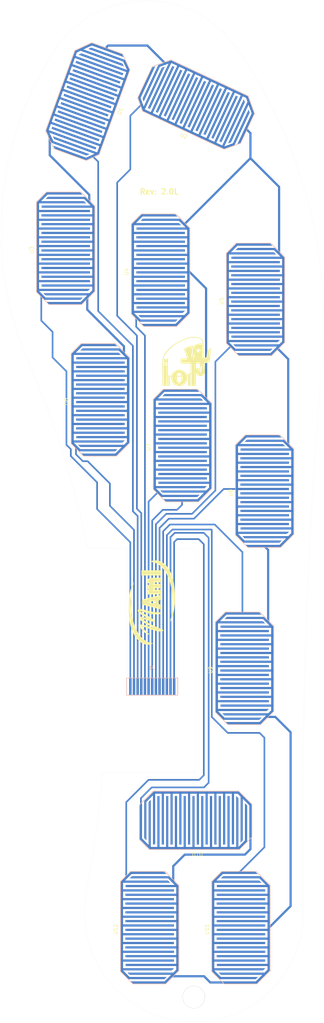
<source format=kicad_pcb>
(kicad_pcb (version 4) (host pcbnew 4.0.6)

  (general
    (links 384)
    (no_connects 348)
    (area 16.279783 21.131479 105.600001 301.762173)
    (thickness 1.6)
    (drawings 5)
    (tracks 121)
    (zones 0)
    (modules 20)
    (nets 14)
  )

  (page User 229.997 319.989)
  (title_block
    (title "Insole with 15x30mm FSR and 0,6mm track/space ")
    (date 2018-04-28)
    (rev 2.0L)
    (company MAmIoT)
    (comment 1 "Dobrescu Cosmin Constantin")
  )

  (layers
    (0 F.Cu signal)
    (31 B.Cu signal)
    (32 B.Adhes user)
    (33 F.Adhes user)
    (34 B.Paste user)
    (35 F.Paste user)
    (36 B.SilkS user)
    (37 F.SilkS user)
    (38 B.Mask user)
    (39 F.Mask user)
    (40 Dwgs.User user)
    (41 Cmts.User user)
    (42 Eco1.User user)
    (43 Eco2.User user)
    (44 Edge.Cuts user)
    (45 Margin user)
    (46 B.CrtYd user)
    (47 F.CrtYd user)
    (48 B.Fab user)
    (49 F.Fab user)
  )

  (setup
    (last_trace_width 0.45)
    (trace_clearance 0.4)
    (zone_clearance 0.508)
    (zone_45_only no)
    (trace_min 0.2)
    (segment_width 0.2)
    (edge_width 0.15)
    (via_size 0.6)
    (via_drill 0.4)
    (via_min_size 0.4)
    (via_min_drill 0.3)
    (uvia_size 0.3)
    (uvia_drill 0.1)
    (uvias_allowed no)
    (uvia_min_size 0.2)
    (uvia_min_drill 0.1)
    (pcb_text_width 0.3)
    (pcb_text_size 1.5 1.5)
    (mod_edge_width 0.15)
    (mod_text_size 1 1)
    (mod_text_width 0.15)
    (pad_size 1.524 1.524)
    (pad_drill 0.762)
    (pad_to_mask_clearance 0.4)
    (aux_axis_origin 0 0)
    (visible_elements 7FFFFFFF)
    (pcbplotparams
      (layerselection 0x01020_00000000)
      (usegerberextensions false)
      (excludeedgelayer true)
      (linewidth 0.100000)
      (plotframeref false)
      (viasonmask false)
      (mode 1)
      (useauxorigin false)
      (hpglpennumber 1)
      (hpglpenspeed 20)
      (hpglpendiameter 15)
      (hpglpenoverlay 2)
      (psnegative false)
      (psa4output false)
      (plotreference true)
      (plotvalue true)
      (plotinvisibletext false)
      (padsonsilk false)
      (subtractmaskfromsilk false)
      (outputformat 1)
      (mirror false)
      (drillshape 0)
      (scaleselection 1)
      (outputdirectory Fabricacion_V1R/))
  )

  (net 0 "")
  (net 1 "Net-(J1-Pad13)")
  (net 2 "Net-(J1-Pad1)")
  (net 3 "Net-(J1-Pad2)")
  (net 4 "Net-(J1-Pad3)")
  (net 5 "Net-(J1-Pad4)")
  (net 6 "Net-(J1-Pad5)")
  (net 7 "Net-(J1-Pad6)")
  (net 8 "Net-(J1-Pad7)")
  (net 9 "Net-(J1-Pad8)")
  (net 10 "Net-(J1-Pad9)")
  (net 11 "Net-(J1-Pad10)")
  (net 12 "Net-(J1-Pad11)")
  (net 13 "Net-(J1-Pad12)")

  (net_class Default "Esta es la clase de red por defecto."
    (clearance 0.4)
    (trace_width 0.45)
    (via_dia 0.6)
    (via_drill 0.4)
    (uvia_dia 0.3)
    (uvia_drill 0.1)
    (add_net "Net-(J1-Pad1)")
    (add_net "Net-(J1-Pad10)")
    (add_net "Net-(J1-Pad11)")
    (add_net "Net-(J1-Pad12)")
    (add_net "Net-(J1-Pad13)")
    (add_net "Net-(J1-Pad2)")
    (add_net "Net-(J1-Pad3)")
    (add_net "Net-(J1-Pad4)")
    (add_net "Net-(J1-Pad5)")
    (add_net "Net-(J1-Pad6)")
    (add_net "Net-(J1-Pad7)")
    (add_net "Net-(J1-Pad8)")
    (add_net "Net-(J1-Pad9)")
  )

  (module fsr_footprints:FSR15x30mm (layer B.Cu) (tedit 5AE4E568) (tstamp 5AE3AA9A)
    (at 34.5 46 250)
    (descr "footprint for Fsr 15x30mm")
    (path /5AE399A3)
    (fp_text reference U1 (at 0.55 -15.93 250) (layer F.SilkS)
      (effects (font (size 1 1) (thickness 0.15)))
    )
    (fp_text value FSR (at 0.8 2.6 250) (layer B.Fab)
      (effects (font (size 1 1) (thickness 0.15)) (justify mirror))
    )
    (fp_line (start 12.6 1.4) (end 15.2 -1.2) (layer B.SilkS) (width 0.15))
    (fp_line (start 15.2 -1.2) (end 16.4 -2.4) (layer B.SilkS) (width 0.15))
    (fp_line (start 16.4 -2.4) (end 16.4 -3.7) (layer B.SilkS) (width 0.15))
    (fp_line (start 16.4 -3.7) (end 16.4 -11.9) (layer B.SilkS) (width 0.15))
    (fp_line (start -14.4 -11.2) (end -11 -14.6) (layer B.SilkS) (width 0.15))
    (fp_line (start -11 -14.6) (end 13.7 -14.6) (layer B.SilkS) (width 0.15))
    (fp_line (start 13.7 -14.6) (end 16.4 -11.9) (layer B.SilkS) (width 0.15))
    (fp_line (start 12.6 1.4) (end -10.8 1.4) (layer B.SilkS) (width 0.15))
    (fp_line (start -10.8 1.4) (end -14.4 -2.2) (layer B.SilkS) (width 0.15))
    (fp_line (start -14.4 -2.2) (end -14.4 -11.2) (layer B.SilkS) (width 0.15))
    (pad 2 smd trapezoid (at 16 -7.2 250) (size 0.6 9.8) (rect_delta 0.6 0 ) (layers B.Cu B.Paste B.Mask)
      (net 12 "Net-(J1-Pad11)"))
    (pad 2 smd trapezoid (at 13.6 -7.7 250) (size 0.6 12.8) (rect_delta 0.6 0 ) (layers B.Cu B.Paste B.Mask)
      (net 12 "Net-(J1-Pad11)"))
    (pad 2 smd rect (at 11.2 -7.2 250) (size 0.6 14.5) (layers B.Cu B.Paste B.Mask)
      (net 12 "Net-(J1-Pad11)"))
    (pad 2 smd trapezoid (at -10.4 -7.225 70) (size 0.6 13.95) (rect_delta 0.6 0 ) (layers B.Cu B.Paste B.Mask)
      (net 12 "Net-(J1-Pad11)"))
    (pad 2 smd rect (at 1.6 -7.2 250) (size 0.6 14.5) (layers B.Cu B.Paste B.Mask)
      (net 12 "Net-(J1-Pad11)"))
    (pad 2 smd rect (at 4 -7.2 250) (size 0.6 14.5) (layers B.Cu B.Paste B.Mask)
      (net 12 "Net-(J1-Pad11)"))
    (pad 2 smd rect (at 8.8 -7.2 250) (size 0.6 14.5) (layers B.Cu B.Paste B.Mask)
      (net 12 "Net-(J1-Pad11)"))
    (pad 2 smd rect (at 6.4 -7.2 250) (size 0.6 14.5) (layers B.Cu B.Paste B.Mask)
      (net 12 "Net-(J1-Pad11)"))
    (pad 2 smd rect (at -3.2 -7.2 250) (size 0.6 14.5) (layers B.Cu B.Paste B.Mask)
      (net 12 "Net-(J1-Pad11)"))
    (pad 2 smd rect (at -0.8 -7.2 250) (size 0.6 14.5) (layers B.Cu B.Paste B.Mask)
      (net 12 "Net-(J1-Pad11)"))
    (pad 2 smd rect (at -5.6 -7.2 250) (size 0.6 14.5) (layers B.Cu B.Paste B.Mask)
      (net 12 "Net-(J1-Pad11)"))
    (pad 2 smd rect (at -8 -7.2 250) (size 0.6 14.5) (layers B.Cu B.Paste B.Mask)
      (net 12 "Net-(J1-Pad11)"))
    (pad 2 smd rect (at 14.66 -13.015 115) (size 0.6 3.6) (layers B.Cu B.Paste B.Mask)
      (net 12 "Net-(J1-Pad11)"))
    (pad 2 smd rect (at 1.325 -14.2 70) (size 24.55 0.6) (layers B.Cu B.Paste B.Mask)
      (net 12 "Net-(J1-Pad11)"))
    (pad 2 smd rect (at -11.738 -13.2879 25) (size 0.6 2.829) (layers B.Cu B.Paste B.Mask)
      (net 12 "Net-(J1-Pad11)"))
    (pad 2 smd trapezoid (at -12.8 -7.45 70) (size 0.6 10.4) (rect_delta 0.6 0 ) (layers B.Cu B.Paste B.Mask)
      (net 12 "Net-(J1-Pad11)"))
    (pad 1 smd rect (at 12.4 -6.2 250) (size 0.6 14) (layers B.Cu B.Paste B.Mask)
      (net 8 "Net-(J1-Pad7)"))
    (pad 1 smd rect (at 5.2 -6 250) (size 0.6 14.5) (layers B.Cu B.Paste B.Mask)
      (net 8 "Net-(J1-Pad7)"))
    (pad 1 smd rect (at 7.6 -6 250) (size 0.6 14.5) (layers B.Cu B.Paste B.Mask)
      (net 8 "Net-(J1-Pad7)"))
    (pad 1 smd rect (at 10 -6 250) (size 0.6 14.5) (layers B.Cu B.Paste B.Mask)
      (net 8 "Net-(J1-Pad7)"))
    (pad 1 smd rect (at 2.8 -6 250) (size 0.6 14.5) (layers B.Cu B.Paste B.Mask)
      (net 8 "Net-(J1-Pad7)"))
    (pad 1 smd rect (at 0.4 -6 250) (size 0.6 14.5) (layers B.Cu B.Paste B.Mask)
      (net 8 "Net-(J1-Pad7)"))
    (pad 1 smd rect (at -2 -6 250) (size 0.6 14.5) (layers B.Cu B.Paste B.Mask)
      (net 8 "Net-(J1-Pad7)"))
    (pad 1 smd rect (at -4.4 -6 250) (size 0.6 14.5) (layers B.Cu B.Paste B.Mask)
      (net 8 "Net-(J1-Pad7)"))
    (pad 1 smd rect (at -6.8 -6 250) (size 0.6 14.5) (layers B.Cu B.Paste B.Mask)
      (net 8 "Net-(J1-Pad7)"))
    (pad 1 smd rect (at -9.2 -6.2 70) (size 0.6 14) (layers B.Cu B.Paste B.Mask)
      (net 8 "Net-(J1-Pad7)"))
    (pad 1 smd trapezoid (at -11.6 -6.4 70) (size 0.6 12) (rect_delta 0.6 0 ) (layers B.Cu B.Paste B.Mask)
      (net 8 "Net-(J1-Pad7)"))
    (pad 1 smd trapezoid (at 14.8 -6.4 250) (size 0.6 10.75) (rect_delta 0.6 0 ) (layers B.Cu B.Paste B.Mask)
      (net 8 "Net-(J1-Pad7)"))
    (pad 1 smd rect (at 13.5 -0.15 205) (size 0.6 3.4) (layers B.Cu B.Paste B.Mask)
      (net 8 "Net-(J1-Pad7)"))
    (pad 1 smd rect (at 0.875 0.975 250) (size 23.25 0.6) (layers B.Cu B.Paste B.Mask)
      (net 8 "Net-(J1-Pad7)"))
    (pad 1 smd trapezoid (at -14 -6.73 70) (size 0.6 9.5) (rect_delta 0.6 0 ) (layers B.Cu B.Paste B.Mask)
      (net 8 "Net-(J1-Pad7)"))
    (pad 1 smd rect (at -12.3 -0.7 295) (size 0.6 5) (layers B.Cu B.Paste B.Mask)
      (net 8 "Net-(J1-Pad7)"))
  )

  (module female_fpc_conn_1mm:Conn_FPC_1mm (layer B.Cu) (tedit 5AE3A253) (tstamp 5AE3AA6C)
    (at 58.1 210.5 180)
    (descr "female for fpc connector with 1mm pitch")
    (path /5AE39ADE)
    (fp_text reference J1 (at 0.15 6.15 180) (layer B.SilkS)
      (effects (font (size 1 1) (thickness 0.15)) (justify mirror))
    )
    (fp_text value CONN_01X13 (at 0 4.85 180) (layer B.Fab)
      (effects (font (size 1 1) (thickness 0.15)) (justify mirror))
    )
    (fp_line (start 7 -1) (end 7 -1.35) (layer B.SilkS) (width 0.15))
    (fp_line (start 7 -1.35) (end 6 -1.35) (layer B.SilkS) (width 0.15))
    (fp_line (start 6 3.35) (end 7 3.35) (layer B.SilkS) (width 0.15))
    (fp_line (start 7 3.35) (end 7 3) (layer B.SilkS) (width 0.15))
    (fp_line (start 7 3) (end 7 -1) (layer B.SilkS) (width 0.15))
    (fp_line (start -7 -1) (end -7 -1.35) (layer B.SilkS) (width 0.15))
    (fp_line (start -7 -1.35) (end -6.2 -1.35) (layer B.SilkS) (width 0.15))
    (fp_line (start -6.2 -1.35) (end 6 -1.35) (layer B.SilkS) (width 0.15))
    (fp_line (start -7 3) (end -7 3.35) (layer B.SilkS) (width 0.15))
    (fp_line (start -7 3.35) (end 6 3.35) (layer B.SilkS) (width 0.15))
    (fp_line (start -7 3) (end -7 -1) (layer B.SilkS) (width 0.15))
    (pad 13 smd rect (at 6 1 180) (size 0.7 4.5) (layers B.Cu B.Paste B.Mask)
      (net 1 "Net-(J1-Pad13)"))
    (pad 1 smd rect (at -6 1 180) (size 0.7 4.5) (layers B.Cu B.Paste B.Mask)
      (net 2 "Net-(J1-Pad1)"))
    (pad 2 smd rect (at -5 1 180) (size 0.7 4.5) (layers B.Cu B.Paste B.Mask)
      (net 3 "Net-(J1-Pad2)"))
    (pad 3 smd rect (at -4 1 180) (size 0.7 4.5) (layers B.Cu B.Paste B.Mask)
      (net 4 "Net-(J1-Pad3)"))
    (pad 4 smd rect (at -3 1 180) (size 0.7 4.5) (layers B.Cu B.Paste B.Mask)
      (net 5 "Net-(J1-Pad4)"))
    (pad 5 smd rect (at -2 1 180) (size 0.7 4.5) (layers B.Cu B.Paste B.Mask)
      (net 6 "Net-(J1-Pad5)"))
    (pad 6 smd rect (at -1 1 180) (size 0.7 4.5) (layers B.Cu B.Paste B.Mask)
      (net 7 "Net-(J1-Pad6)"))
    (pad 7 smd rect (at 0 1 180) (size 0.7 4.5) (layers B.Cu B.Paste B.Mask)
      (net 8 "Net-(J1-Pad7)"))
    (pad 8 smd rect (at 1 1 180) (size 0.7 4.5) (layers B.Cu B.Paste B.Mask)
      (net 9 "Net-(J1-Pad8)"))
    (pad 9 smd rect (at 2 1 180) (size 0.7 4.5) (layers B.Cu B.Paste B.Mask)
      (net 10 "Net-(J1-Pad9)"))
    (pad 10 smd rect (at 3 1 180) (size 0.7 4.5) (layers B.Cu B.Paste B.Mask)
      (net 11 "Net-(J1-Pad10)"))
    (pad 11 smd rect (at 4 1 180) (size 0.7 4.5) (layers B.Cu B.Paste B.Mask)
      (net 12 "Net-(J1-Pad11)"))
    (pad 12 smd rect (at 5 1 180) (size 0.7 4.5) (layers B.Cu B.Paste B.Mask)
      (net 13 "Net-(J1-Pad12)"))
  )

  (module fsr_footprints:FSR15x30mm (layer B.Cu) (tedit 5AE4E578) (tstamp 5AE3AAC8)
    (at 74 44.5 155)
    (descr "footprint for Fsr 15x30mm")
    (path /5AE39966)
    (fp_text reference U2 (at 0.55 -15.93 155) (layer F.SilkS)
      (effects (font (size 1 1) (thickness 0.15)))
    )
    (fp_text value FSR (at 0.8 2.6 155) (layer B.Fab)
      (effects (font (size 1 1) (thickness 0.15)) (justify mirror))
    )
    (fp_line (start 12.6 1.4) (end 15.2 -1.2) (layer B.SilkS) (width 0.15))
    (fp_line (start 15.2 -1.2) (end 16.4 -2.4) (layer B.SilkS) (width 0.15))
    (fp_line (start 16.4 -2.4) (end 16.4 -3.7) (layer B.SilkS) (width 0.15))
    (fp_line (start 16.4 -3.7) (end 16.4 -11.9) (layer B.SilkS) (width 0.15))
    (fp_line (start -14.4 -11.2) (end -11 -14.6) (layer B.SilkS) (width 0.15))
    (fp_line (start -11 -14.6) (end 13.7 -14.6) (layer B.SilkS) (width 0.15))
    (fp_line (start 13.7 -14.6) (end 16.4 -11.9) (layer B.SilkS) (width 0.15))
    (fp_line (start 12.6 1.4) (end -10.8 1.4) (layer B.SilkS) (width 0.15))
    (fp_line (start -10.8 1.4) (end -14.4 -2.2) (layer B.SilkS) (width 0.15))
    (fp_line (start -14.4 -2.2) (end -14.4 -11.2) (layer B.SilkS) (width 0.15))
    (pad 2 smd trapezoid (at 16 -7.2 155) (size 0.6 9.8) (rect_delta 0.6 0 ) (layers B.Cu B.Paste B.Mask)
      (net 11 "Net-(J1-Pad10)"))
    (pad 2 smd trapezoid (at 13.6 -7.7 155) (size 0.6 12.8) (rect_delta 0.6 0 ) (layers B.Cu B.Paste B.Mask)
      (net 11 "Net-(J1-Pad10)"))
    (pad 2 smd rect (at 11.2 -7.2 155) (size 0.6 14.5) (layers B.Cu B.Paste B.Mask)
      (net 11 "Net-(J1-Pad10)"))
    (pad 2 smd trapezoid (at -10.4 -7.225 335) (size 0.6 13.95) (rect_delta 0.6 0 ) (layers B.Cu B.Paste B.Mask)
      (net 11 "Net-(J1-Pad10)"))
    (pad 2 smd rect (at 1.6 -7.2 155) (size 0.6 14.5) (layers B.Cu B.Paste B.Mask)
      (net 11 "Net-(J1-Pad10)"))
    (pad 2 smd rect (at 4 -7.2 155) (size 0.6 14.5) (layers B.Cu B.Paste B.Mask)
      (net 11 "Net-(J1-Pad10)"))
    (pad 2 smd rect (at 8.8 -7.2 155) (size 0.6 14.5) (layers B.Cu B.Paste B.Mask)
      (net 11 "Net-(J1-Pad10)"))
    (pad 2 smd rect (at 6.4 -7.2 155) (size 0.6 14.5) (layers B.Cu B.Paste B.Mask)
      (net 11 "Net-(J1-Pad10)"))
    (pad 2 smd rect (at -3.2 -7.2 155) (size 0.6 14.5) (layers B.Cu B.Paste B.Mask)
      (net 11 "Net-(J1-Pad10)"))
    (pad 2 smd rect (at -0.8 -7.2 155) (size 0.6 14.5) (layers B.Cu B.Paste B.Mask)
      (net 11 "Net-(J1-Pad10)"))
    (pad 2 smd rect (at -5.6 -7.2 155) (size 0.6 14.5) (layers B.Cu B.Paste B.Mask)
      (net 11 "Net-(J1-Pad10)"))
    (pad 2 smd rect (at -8 -7.2 155) (size 0.6 14.5) (layers B.Cu B.Paste B.Mask)
      (net 11 "Net-(J1-Pad10)"))
    (pad 2 smd rect (at 14.66 -13.015 20) (size 0.6 3.6) (layers B.Cu B.Paste B.Mask)
      (net 11 "Net-(J1-Pad10)"))
    (pad 2 smd rect (at 1.325 -14.2 335) (size 24.55 0.6) (layers B.Cu B.Paste B.Mask)
      (net 11 "Net-(J1-Pad10)"))
    (pad 2 smd rect (at -11.738 -13.2879 290) (size 0.6 2.829) (layers B.Cu B.Paste B.Mask)
      (net 11 "Net-(J1-Pad10)"))
    (pad 2 smd trapezoid (at -12.8 -7.45 335) (size 0.6 10.4) (rect_delta 0.6 0 ) (layers B.Cu B.Paste B.Mask)
      (net 11 "Net-(J1-Pad10)"))
    (pad 1 smd rect (at 12.4 -6.2 155) (size 0.6 14) (layers B.Cu B.Paste B.Mask)
      (net 8 "Net-(J1-Pad7)"))
    (pad 1 smd rect (at 5.2 -6 155) (size 0.6 14.5) (layers B.Cu B.Paste B.Mask)
      (net 8 "Net-(J1-Pad7)"))
    (pad 1 smd rect (at 7.6 -6 155) (size 0.6 14.5) (layers B.Cu B.Paste B.Mask)
      (net 8 "Net-(J1-Pad7)"))
    (pad 1 smd rect (at 10 -6 155) (size 0.6 14.5) (layers B.Cu B.Paste B.Mask)
      (net 8 "Net-(J1-Pad7)"))
    (pad 1 smd rect (at 2.8 -6 155) (size 0.6 14.5) (layers B.Cu B.Paste B.Mask)
      (net 8 "Net-(J1-Pad7)"))
    (pad 1 smd rect (at 0.4 -6 155) (size 0.6 14.5) (layers B.Cu B.Paste B.Mask)
      (net 8 "Net-(J1-Pad7)"))
    (pad 1 smd rect (at -2 -6 155) (size 0.6 14.5) (layers B.Cu B.Paste B.Mask)
      (net 8 "Net-(J1-Pad7)"))
    (pad 1 smd rect (at -4.4 -6 155) (size 0.6 14.5) (layers B.Cu B.Paste B.Mask)
      (net 8 "Net-(J1-Pad7)"))
    (pad 1 smd rect (at -6.8 -6 155) (size 0.6 14.5) (layers B.Cu B.Paste B.Mask)
      (net 8 "Net-(J1-Pad7)"))
    (pad 1 smd rect (at -9.2 -6.2 335) (size 0.6 14) (layers B.Cu B.Paste B.Mask)
      (net 8 "Net-(J1-Pad7)"))
    (pad 1 smd trapezoid (at -11.6 -6.4 335) (size 0.6 12) (rect_delta 0.6 0 ) (layers B.Cu B.Paste B.Mask)
      (net 8 "Net-(J1-Pad7)"))
    (pad 1 smd trapezoid (at 14.8 -6.4 155) (size 0.6 10.75) (rect_delta 0.6 0 ) (layers B.Cu B.Paste B.Mask)
      (net 8 "Net-(J1-Pad7)"))
    (pad 1 smd rect (at 13.5 -0.15 110) (size 0.6 3.4) (layers B.Cu B.Paste B.Mask)
      (net 8 "Net-(J1-Pad7)"))
    (pad 1 smd rect (at 0.875 0.975 155) (size 23.25 0.6) (layers B.Cu B.Paste B.Mask)
      (net 8 "Net-(J1-Pad7)"))
    (pad 1 smd trapezoid (at -14 -6.73 335) (size 0.6 9.5) (rect_delta 0.6 0 ) (layers B.Cu B.Paste B.Mask)
      (net 8 "Net-(J1-Pad7)"))
    (pad 1 smd rect (at -12.3 -0.7 200) (size 0.6 5) (layers B.Cu B.Paste B.Mask)
      (net 8 "Net-(J1-Pad7)"))
  )

  (module fsr_footprints:FSR15x30mm (layer B.Cu) (tedit 5AE4E54F) (tstamp 5AE3AAF6)
    (at 41 90.5 90)
    (descr "footprint for Fsr 15x30mm")
    (path /5AE39930)
    (fp_text reference U3 (at 0.55 -15.93 90) (layer F.SilkS)
      (effects (font (size 1 1) (thickness 0.15)))
    )
    (fp_text value FSR (at 0.8 2.6 90) (layer B.Fab)
      (effects (font (size 1 1) (thickness 0.15)) (justify mirror))
    )
    (fp_line (start 12.6 1.4) (end 15.2 -1.2) (layer B.SilkS) (width 0.15))
    (fp_line (start 15.2 -1.2) (end 16.4 -2.4) (layer B.SilkS) (width 0.15))
    (fp_line (start 16.4 -2.4) (end 16.4 -3.7) (layer B.SilkS) (width 0.15))
    (fp_line (start 16.4 -3.7) (end 16.4 -11.9) (layer B.SilkS) (width 0.15))
    (fp_line (start -14.4 -11.2) (end -11 -14.6) (layer B.SilkS) (width 0.15))
    (fp_line (start -11 -14.6) (end 13.7 -14.6) (layer B.SilkS) (width 0.15))
    (fp_line (start 13.7 -14.6) (end 16.4 -11.9) (layer B.SilkS) (width 0.15))
    (fp_line (start 12.6 1.4) (end -10.8 1.4) (layer B.SilkS) (width 0.15))
    (fp_line (start -10.8 1.4) (end -14.4 -2.2) (layer B.SilkS) (width 0.15))
    (fp_line (start -14.4 -2.2) (end -14.4 -11.2) (layer B.SilkS) (width 0.15))
    (pad 2 smd trapezoid (at 16 -7.2 90) (size 0.6 9.8) (rect_delta 0.6 0 ) (layers B.Cu B.Paste B.Mask)
      (net 1 "Net-(J1-Pad13)"))
    (pad 2 smd trapezoid (at 13.6 -7.7 90) (size 0.6 12.8) (rect_delta 0.6 0 ) (layers B.Cu B.Paste B.Mask)
      (net 1 "Net-(J1-Pad13)"))
    (pad 2 smd rect (at 11.2 -7.2 90) (size 0.6 14.5) (layers B.Cu B.Paste B.Mask)
      (net 1 "Net-(J1-Pad13)"))
    (pad 2 smd trapezoid (at -10.4 -7.225 270) (size 0.6 13.95) (rect_delta 0.6 0 ) (layers B.Cu B.Paste B.Mask)
      (net 1 "Net-(J1-Pad13)"))
    (pad 2 smd rect (at 1.6 -7.2 90) (size 0.6 14.5) (layers B.Cu B.Paste B.Mask)
      (net 1 "Net-(J1-Pad13)"))
    (pad 2 smd rect (at 4 -7.2 90) (size 0.6 14.5) (layers B.Cu B.Paste B.Mask)
      (net 1 "Net-(J1-Pad13)"))
    (pad 2 smd rect (at 8.8 -7.2 90) (size 0.6 14.5) (layers B.Cu B.Paste B.Mask)
      (net 1 "Net-(J1-Pad13)"))
    (pad 2 smd rect (at 6.4 -7.2 90) (size 0.6 14.5) (layers B.Cu B.Paste B.Mask)
      (net 1 "Net-(J1-Pad13)"))
    (pad 2 smd rect (at -3.2 -7.2 90) (size 0.6 14.5) (layers B.Cu B.Paste B.Mask)
      (net 1 "Net-(J1-Pad13)"))
    (pad 2 smd rect (at -0.8 -7.2 90) (size 0.6 14.5) (layers B.Cu B.Paste B.Mask)
      (net 1 "Net-(J1-Pad13)"))
    (pad 2 smd rect (at -5.6 -7.2 90) (size 0.6 14.5) (layers B.Cu B.Paste B.Mask)
      (net 1 "Net-(J1-Pad13)"))
    (pad 2 smd rect (at -8 -7.2 90) (size 0.6 14.5) (layers B.Cu B.Paste B.Mask)
      (net 1 "Net-(J1-Pad13)"))
    (pad 2 smd rect (at 14.66 -13.015 315) (size 0.6 3.6) (layers B.Cu B.Paste B.Mask)
      (net 1 "Net-(J1-Pad13)"))
    (pad 2 smd rect (at 1.325 -14.2 270) (size 24.55 0.6) (layers B.Cu B.Paste B.Mask)
      (net 1 "Net-(J1-Pad13)"))
    (pad 2 smd rect (at -11.738 -13.2879 225) (size 0.6 2.829) (layers B.Cu B.Paste B.Mask)
      (net 1 "Net-(J1-Pad13)"))
    (pad 2 smd trapezoid (at -12.8 -7.45 270) (size 0.6 10.4) (rect_delta 0.6 0 ) (layers B.Cu B.Paste B.Mask)
      (net 1 "Net-(J1-Pad13)"))
    (pad 1 smd rect (at 12.4 -6.2 90) (size 0.6 14) (layers B.Cu B.Paste B.Mask)
      (net 8 "Net-(J1-Pad7)"))
    (pad 1 smd rect (at 5.2 -6 90) (size 0.6 14.5) (layers B.Cu B.Paste B.Mask)
      (net 8 "Net-(J1-Pad7)"))
    (pad 1 smd rect (at 7.6 -6 90) (size 0.6 14.5) (layers B.Cu B.Paste B.Mask)
      (net 8 "Net-(J1-Pad7)"))
    (pad 1 smd rect (at 10 -6 90) (size 0.6 14.5) (layers B.Cu B.Paste B.Mask)
      (net 8 "Net-(J1-Pad7)"))
    (pad 1 smd rect (at 2.8 -6 90) (size 0.6 14.5) (layers B.Cu B.Paste B.Mask)
      (net 8 "Net-(J1-Pad7)"))
    (pad 1 smd rect (at 0.4 -6 90) (size 0.6 14.5) (layers B.Cu B.Paste B.Mask)
      (net 8 "Net-(J1-Pad7)"))
    (pad 1 smd rect (at -2 -6 90) (size 0.6 14.5) (layers B.Cu B.Paste B.Mask)
      (net 8 "Net-(J1-Pad7)"))
    (pad 1 smd rect (at -4.4 -6 90) (size 0.6 14.5) (layers B.Cu B.Paste B.Mask)
      (net 8 "Net-(J1-Pad7)"))
    (pad 1 smd rect (at -6.8 -6 90) (size 0.6 14.5) (layers B.Cu B.Paste B.Mask)
      (net 8 "Net-(J1-Pad7)"))
    (pad 1 smd rect (at -9.2 -6.2 270) (size 0.6 14) (layers B.Cu B.Paste B.Mask)
      (net 8 "Net-(J1-Pad7)"))
    (pad 1 smd trapezoid (at -11.6 -6.4 270) (size 0.6 12) (rect_delta 0.6 0 ) (layers B.Cu B.Paste B.Mask)
      (net 8 "Net-(J1-Pad7)"))
    (pad 1 smd trapezoid (at 14.8 -6.4 90) (size 0.6 10.75) (rect_delta 0.6 0 ) (layers B.Cu B.Paste B.Mask)
      (net 8 "Net-(J1-Pad7)"))
    (pad 1 smd rect (at 13.5 -0.15 45) (size 0.6 3.4) (layers B.Cu B.Paste B.Mask)
      (net 8 "Net-(J1-Pad7)"))
    (pad 1 smd rect (at 0.875 0.975 90) (size 23.25 0.6) (layers B.Cu B.Paste B.Mask)
      (net 8 "Net-(J1-Pad7)"))
    (pad 1 smd trapezoid (at -14 -6.73 270) (size 0.6 9.5) (rect_delta 0.6 0 ) (layers B.Cu B.Paste B.Mask)
      (net 8 "Net-(J1-Pad7)"))
    (pad 1 smd rect (at -12.3 -0.7 135) (size 0.6 5) (layers B.Cu B.Paste B.Mask)
      (net 8 "Net-(J1-Pad7)"))
  )

  (module fsr_footprints:FSR15x30mm (layer B.Cu) (tedit 5AE4E546) (tstamp 5AE3AB24)
    (at 67 96.5 90)
    (descr "footprint for Fsr 15x30mm")
    (path /5AE39774)
    (fp_text reference U4 (at 0.55 -15.93 90) (layer F.SilkS)
      (effects (font (size 1 1) (thickness 0.15)))
    )
    (fp_text value FSR (at 0.8 2.6 90) (layer B.Fab)
      (effects (font (size 1 1) (thickness 0.15)) (justify mirror))
    )
    (fp_line (start 12.6 1.4) (end 15.2 -1.2) (layer B.SilkS) (width 0.15))
    (fp_line (start 15.2 -1.2) (end 16.4 -2.4) (layer B.SilkS) (width 0.15))
    (fp_line (start 16.4 -2.4) (end 16.4 -3.7) (layer B.SilkS) (width 0.15))
    (fp_line (start 16.4 -3.7) (end 16.4 -11.9) (layer B.SilkS) (width 0.15))
    (fp_line (start -14.4 -11.2) (end -11 -14.6) (layer B.SilkS) (width 0.15))
    (fp_line (start -11 -14.6) (end 13.7 -14.6) (layer B.SilkS) (width 0.15))
    (fp_line (start 13.7 -14.6) (end 16.4 -11.9) (layer B.SilkS) (width 0.15))
    (fp_line (start 12.6 1.4) (end -10.8 1.4) (layer B.SilkS) (width 0.15))
    (fp_line (start -10.8 1.4) (end -14.4 -2.2) (layer B.SilkS) (width 0.15))
    (fp_line (start -14.4 -2.2) (end -14.4 -11.2) (layer B.SilkS) (width 0.15))
    (pad 2 smd trapezoid (at 16 -7.2 90) (size 0.6 9.8) (rect_delta 0.6 0 ) (layers B.Cu B.Paste B.Mask)
      (net 10 "Net-(J1-Pad9)"))
    (pad 2 smd trapezoid (at 13.6 -7.7 90) (size 0.6 12.8) (rect_delta 0.6 0 ) (layers B.Cu B.Paste B.Mask)
      (net 10 "Net-(J1-Pad9)"))
    (pad 2 smd rect (at 11.2 -7.2 90) (size 0.6 14.5) (layers B.Cu B.Paste B.Mask)
      (net 10 "Net-(J1-Pad9)"))
    (pad 2 smd trapezoid (at -10.4 -7.225 270) (size 0.6 13.95) (rect_delta 0.6 0 ) (layers B.Cu B.Paste B.Mask)
      (net 10 "Net-(J1-Pad9)"))
    (pad 2 smd rect (at 1.6 -7.2 90) (size 0.6 14.5) (layers B.Cu B.Paste B.Mask)
      (net 10 "Net-(J1-Pad9)"))
    (pad 2 smd rect (at 4 -7.2 90) (size 0.6 14.5) (layers B.Cu B.Paste B.Mask)
      (net 10 "Net-(J1-Pad9)"))
    (pad 2 smd rect (at 8.8 -7.2 90) (size 0.6 14.5) (layers B.Cu B.Paste B.Mask)
      (net 10 "Net-(J1-Pad9)"))
    (pad 2 smd rect (at 6.4 -7.2 90) (size 0.6 14.5) (layers B.Cu B.Paste B.Mask)
      (net 10 "Net-(J1-Pad9)"))
    (pad 2 smd rect (at -3.2 -7.2 90) (size 0.6 14.5) (layers B.Cu B.Paste B.Mask)
      (net 10 "Net-(J1-Pad9)"))
    (pad 2 smd rect (at -0.8 -7.2 90) (size 0.6 14.5) (layers B.Cu B.Paste B.Mask)
      (net 10 "Net-(J1-Pad9)"))
    (pad 2 smd rect (at -5.6 -7.2 90) (size 0.6 14.5) (layers B.Cu B.Paste B.Mask)
      (net 10 "Net-(J1-Pad9)"))
    (pad 2 smd rect (at -8 -7.2 90) (size 0.6 14.5) (layers B.Cu B.Paste B.Mask)
      (net 10 "Net-(J1-Pad9)"))
    (pad 2 smd rect (at 14.66 -13.015 315) (size 0.6 3.6) (layers B.Cu B.Paste B.Mask)
      (net 10 "Net-(J1-Pad9)"))
    (pad 2 smd rect (at 1.325 -14.2 270) (size 24.55 0.6) (layers B.Cu B.Paste B.Mask)
      (net 10 "Net-(J1-Pad9)"))
    (pad 2 smd rect (at -11.738 -13.2879 225) (size 0.6 2.829) (layers B.Cu B.Paste B.Mask)
      (net 10 "Net-(J1-Pad9)"))
    (pad 2 smd trapezoid (at -12.8 -7.45 270) (size 0.6 10.4) (rect_delta 0.6 0 ) (layers B.Cu B.Paste B.Mask)
      (net 10 "Net-(J1-Pad9)"))
    (pad 1 smd rect (at 12.4 -6.2 90) (size 0.6 14) (layers B.Cu B.Paste B.Mask)
      (net 8 "Net-(J1-Pad7)"))
    (pad 1 smd rect (at 5.2 -6 90) (size 0.6 14.5) (layers B.Cu B.Paste B.Mask)
      (net 8 "Net-(J1-Pad7)"))
    (pad 1 smd rect (at 7.6 -6 90) (size 0.6 14.5) (layers B.Cu B.Paste B.Mask)
      (net 8 "Net-(J1-Pad7)"))
    (pad 1 smd rect (at 10 -6 90) (size 0.6 14.5) (layers B.Cu B.Paste B.Mask)
      (net 8 "Net-(J1-Pad7)"))
    (pad 1 smd rect (at 2.8 -6 90) (size 0.6 14.5) (layers B.Cu B.Paste B.Mask)
      (net 8 "Net-(J1-Pad7)"))
    (pad 1 smd rect (at 0.4 -6 90) (size 0.6 14.5) (layers B.Cu B.Paste B.Mask)
      (net 8 "Net-(J1-Pad7)"))
    (pad 1 smd rect (at -2 -6 90) (size 0.6 14.5) (layers B.Cu B.Paste B.Mask)
      (net 8 "Net-(J1-Pad7)"))
    (pad 1 smd rect (at -4.4 -6 90) (size 0.6 14.5) (layers B.Cu B.Paste B.Mask)
      (net 8 "Net-(J1-Pad7)"))
    (pad 1 smd rect (at -6.8 -6 90) (size 0.6 14.5) (layers B.Cu B.Paste B.Mask)
      (net 8 "Net-(J1-Pad7)"))
    (pad 1 smd rect (at -9.2 -6.2 270) (size 0.6 14) (layers B.Cu B.Paste B.Mask)
      (net 8 "Net-(J1-Pad7)"))
    (pad 1 smd trapezoid (at -11.6 -6.4 270) (size 0.6 12) (rect_delta 0.6 0 ) (layers B.Cu B.Paste B.Mask)
      (net 8 "Net-(J1-Pad7)"))
    (pad 1 smd trapezoid (at 14.8 -6.4 90) (size 0.6 10.75) (rect_delta 0.6 0 ) (layers B.Cu B.Paste B.Mask)
      (net 8 "Net-(J1-Pad7)"))
    (pad 1 smd rect (at 13.5 -0.15 45) (size 0.6 3.4) (layers B.Cu B.Paste B.Mask)
      (net 8 "Net-(J1-Pad7)"))
    (pad 1 smd rect (at 0.875 0.975 90) (size 23.25 0.6) (layers B.Cu B.Paste B.Mask)
      (net 8 "Net-(J1-Pad7)"))
    (pad 1 smd trapezoid (at -14 -6.73 270) (size 0.6 9.5) (rect_delta 0.6 0 ) (layers B.Cu B.Paste B.Mask)
      (net 8 "Net-(J1-Pad7)"))
    (pad 1 smd rect (at -12.3 -0.7 135) (size 0.6 5) (layers B.Cu B.Paste B.Mask)
      (net 8 "Net-(J1-Pad7)"))
  )

  (module fsr_footprints:FSR15x30mm (layer B.Cu) (tedit 5AE4E367) (tstamp 5AE3AB52)
    (at 93 104.5 90)
    (descr "footprint for Fsr 15x30mm")
    (path /5AE39742)
    (fp_text reference U5 (at 0.55 -15.93 90) (layer F.SilkS)
      (effects (font (size 1 1) (thickness 0.15)))
    )
    (fp_text value FSR (at 0.8 2.6 90) (layer B.Fab)
      (effects (font (size 1 1) (thickness 0.15)) (justify mirror))
    )
    (fp_line (start 12.6 1.4) (end 15.2 -1.2) (layer B.SilkS) (width 0.15))
    (fp_line (start 15.2 -1.2) (end 16.4 -2.4) (layer B.SilkS) (width 0.15))
    (fp_line (start 16.4 -2.4) (end 16.4 -3.7) (layer B.SilkS) (width 0.15))
    (fp_line (start 16.4 -3.7) (end 16.4 -11.9) (layer B.SilkS) (width 0.15))
    (fp_line (start -14.4 -11.2) (end -11 -14.6) (layer B.SilkS) (width 0.15))
    (fp_line (start -11 -14.6) (end 13.7 -14.6) (layer B.SilkS) (width 0.15))
    (fp_line (start 13.7 -14.6) (end 16.4 -11.9) (layer B.SilkS) (width 0.15))
    (fp_line (start 12.6 1.4) (end -10.8 1.4) (layer B.SilkS) (width 0.15))
    (fp_line (start -10.8 1.4) (end -14.4 -2.2) (layer B.SilkS) (width 0.15))
    (fp_line (start -14.4 -2.2) (end -14.4 -11.2) (layer B.SilkS) (width 0.15))
    (pad 2 smd trapezoid (at 16 -7.2 90) (size 0.6 9.8) (rect_delta 0.6 0 ) (layers B.Cu B.Paste B.Mask)
      (net 7 "Net-(J1-Pad6)"))
    (pad 2 smd trapezoid (at 13.6 -7.7 90) (size 0.6 12.8) (rect_delta 0.6 0 ) (layers B.Cu B.Paste B.Mask)
      (net 7 "Net-(J1-Pad6)"))
    (pad 2 smd rect (at 11.2 -7.2 90) (size 0.6 14.5) (layers B.Cu B.Paste B.Mask)
      (net 7 "Net-(J1-Pad6)"))
    (pad 2 smd trapezoid (at -10.4 -7.225 270) (size 0.6 13.95) (rect_delta 0.6 0 ) (layers B.Cu B.Paste B.Mask)
      (net 7 "Net-(J1-Pad6)"))
    (pad 2 smd rect (at 1.6 -7.2 90) (size 0.6 14.5) (layers B.Cu B.Paste B.Mask)
      (net 7 "Net-(J1-Pad6)"))
    (pad 2 smd rect (at 4 -7.2 90) (size 0.6 14.5) (layers B.Cu B.Paste B.Mask)
      (net 7 "Net-(J1-Pad6)"))
    (pad 2 smd rect (at 8.8 -7.2 90) (size 0.6 14.5) (layers B.Cu B.Paste B.Mask)
      (net 7 "Net-(J1-Pad6)"))
    (pad 2 smd rect (at 6.4 -7.2 90) (size 0.6 14.5) (layers B.Cu B.Paste B.Mask)
      (net 7 "Net-(J1-Pad6)"))
    (pad 2 smd rect (at -3.2 -7.2 90) (size 0.6 14.5) (layers B.Cu B.Paste B.Mask)
      (net 7 "Net-(J1-Pad6)"))
    (pad 2 smd rect (at -0.8 -7.2 90) (size 0.6 14.5) (layers B.Cu B.Paste B.Mask)
      (net 7 "Net-(J1-Pad6)"))
    (pad 2 smd rect (at -5.6 -7.2 90) (size 0.6 14.5) (layers B.Cu B.Paste B.Mask)
      (net 7 "Net-(J1-Pad6)"))
    (pad 2 smd rect (at -8 -7.2 90) (size 0.6 14.5) (layers B.Cu B.Paste B.Mask)
      (net 7 "Net-(J1-Pad6)"))
    (pad 2 smd rect (at 14.66 -13.015 315) (size 0.6 3.6) (layers B.Cu B.Paste B.Mask)
      (net 7 "Net-(J1-Pad6)"))
    (pad 2 smd rect (at 1.325 -14.2 270) (size 24.55 0.6) (layers B.Cu B.Paste B.Mask)
      (net 7 "Net-(J1-Pad6)"))
    (pad 2 smd rect (at -11.738 -13.2879 225) (size 0.6 2.829) (layers B.Cu B.Paste B.Mask)
      (net 7 "Net-(J1-Pad6)"))
    (pad 2 smd trapezoid (at -12.8 -7.45 270) (size 0.6 10.4) (rect_delta 0.6 0 ) (layers B.Cu B.Paste B.Mask)
      (net 7 "Net-(J1-Pad6)"))
    (pad 1 smd rect (at 12.4 -6.2 90) (size 0.6 14) (layers B.Cu B.Paste B.Mask)
      (net 8 "Net-(J1-Pad7)"))
    (pad 1 smd rect (at 5.2 -6 90) (size 0.6 14.5) (layers B.Cu B.Paste B.Mask)
      (net 8 "Net-(J1-Pad7)"))
    (pad 1 smd rect (at 7.6 -6 90) (size 0.6 14.5) (layers B.Cu B.Paste B.Mask)
      (net 8 "Net-(J1-Pad7)"))
    (pad 1 smd rect (at 10 -6 90) (size 0.6 14.5) (layers B.Cu B.Paste B.Mask)
      (net 8 "Net-(J1-Pad7)"))
    (pad 1 smd rect (at 2.8 -6 90) (size 0.6 14.5) (layers B.Cu B.Paste B.Mask)
      (net 8 "Net-(J1-Pad7)"))
    (pad 1 smd rect (at 0.4 -6 90) (size 0.6 14.5) (layers B.Cu B.Paste B.Mask)
      (net 8 "Net-(J1-Pad7)"))
    (pad 1 smd rect (at -2 -6 90) (size 0.6 14.5) (layers B.Cu B.Paste B.Mask)
      (net 8 "Net-(J1-Pad7)"))
    (pad 1 smd rect (at -4.4 -6 90) (size 0.6 14.5) (layers B.Cu B.Paste B.Mask)
      (net 8 "Net-(J1-Pad7)"))
    (pad 1 smd rect (at -6.8 -6 90) (size 0.6 14.5) (layers B.Cu B.Paste B.Mask)
      (net 8 "Net-(J1-Pad7)"))
    (pad 1 smd rect (at -9.2 -6.2 270) (size 0.6 14) (layers B.Cu B.Paste B.Mask)
      (net 8 "Net-(J1-Pad7)"))
    (pad 1 smd trapezoid (at -11.6 -6.4 270) (size 0.6 12) (rect_delta 0.6 0 ) (layers B.Cu B.Paste B.Mask)
      (net 8 "Net-(J1-Pad7)"))
    (pad 1 smd trapezoid (at 14.8 -6.4 90) (size 0.6 10.75) (rect_delta 0.6 0 ) (layers B.Cu B.Paste B.Mask)
      (net 8 "Net-(J1-Pad7)"))
    (pad 1 smd rect (at 13.5 -0.15 45) (size 0.6 3.4) (layers B.Cu B.Paste B.Mask)
      (net 8 "Net-(J1-Pad7)"))
    (pad 1 smd rect (at 0.875 0.975 90) (size 23.25 0.6) (layers B.Cu B.Paste B.Mask)
      (net 8 "Net-(J1-Pad7)"))
    (pad 1 smd trapezoid (at -14 -6.73 270) (size 0.6 9.5) (rect_delta 0.6 0 ) (layers B.Cu B.Paste B.Mask)
      (net 8 "Net-(J1-Pad7)"))
    (pad 1 smd rect (at -12.3 -0.7 135) (size 0.6 5) (layers B.Cu B.Paste B.Mask)
      (net 8 "Net-(J1-Pad7)"))
  )

  (module fsr_footprints:FSR15x30mm (layer B.Cu) (tedit 5AE4E5A2) (tstamp 5AE3AB80)
    (at 50.5 132 90)
    (descr "footprint for Fsr 15x30mm")
    (path /5AE3971A)
    (fp_text reference U6 (at 0.55 -15.93 90) (layer F.SilkS)
      (effects (font (size 1 1) (thickness 0.15)))
    )
    (fp_text value FSR (at 0.8 2.6 90) (layer B.Fab)
      (effects (font (size 1 1) (thickness 0.15)) (justify mirror))
    )
    (fp_line (start 12.6 1.4) (end 15.2 -1.2) (layer B.SilkS) (width 0.15))
    (fp_line (start 15.2 -1.2) (end 16.4 -2.4) (layer B.SilkS) (width 0.15))
    (fp_line (start 16.4 -2.4) (end 16.4 -3.7) (layer B.SilkS) (width 0.15))
    (fp_line (start 16.4 -3.7) (end 16.4 -11.9) (layer B.SilkS) (width 0.15))
    (fp_line (start -14.4 -11.2) (end -11 -14.6) (layer B.SilkS) (width 0.15))
    (fp_line (start -11 -14.6) (end 13.7 -14.6) (layer B.SilkS) (width 0.15))
    (fp_line (start 13.7 -14.6) (end 16.4 -11.9) (layer B.SilkS) (width 0.15))
    (fp_line (start 12.6 1.4) (end -10.8 1.4) (layer B.SilkS) (width 0.15))
    (fp_line (start -10.8 1.4) (end -14.4 -2.2) (layer B.SilkS) (width 0.15))
    (fp_line (start -14.4 -2.2) (end -14.4 -11.2) (layer B.SilkS) (width 0.15))
    (pad 2 smd trapezoid (at 16 -7.2 90) (size 0.6 9.8) (rect_delta 0.6 0 ) (layers B.Cu B.Paste B.Mask)
      (net 13 "Net-(J1-Pad12)"))
    (pad 2 smd trapezoid (at 13.6 -7.7 90) (size 0.6 12.8) (rect_delta 0.6 0 ) (layers B.Cu B.Paste B.Mask)
      (net 13 "Net-(J1-Pad12)"))
    (pad 2 smd rect (at 11.2 -7.2 90) (size 0.6 14.5) (layers B.Cu B.Paste B.Mask)
      (net 13 "Net-(J1-Pad12)"))
    (pad 2 smd trapezoid (at -10.4 -7.225 270) (size 0.6 13.95) (rect_delta 0.6 0 ) (layers B.Cu B.Paste B.Mask)
      (net 13 "Net-(J1-Pad12)"))
    (pad 2 smd rect (at 1.6 -7.2 90) (size 0.6 14.5) (layers B.Cu B.Paste B.Mask)
      (net 13 "Net-(J1-Pad12)"))
    (pad 2 smd rect (at 4 -7.2 90) (size 0.6 14.5) (layers B.Cu B.Paste B.Mask)
      (net 13 "Net-(J1-Pad12)"))
    (pad 2 smd rect (at 8.8 -7.2 90) (size 0.6 14.5) (layers B.Cu B.Paste B.Mask)
      (net 13 "Net-(J1-Pad12)"))
    (pad 2 smd rect (at 6.4 -7.2 90) (size 0.6 14.5) (layers B.Cu B.Paste B.Mask)
      (net 13 "Net-(J1-Pad12)"))
    (pad 2 smd rect (at -3.2 -7.2 90) (size 0.6 14.5) (layers B.Cu B.Paste B.Mask)
      (net 13 "Net-(J1-Pad12)"))
    (pad 2 smd rect (at -0.8 -7.2 90) (size 0.6 14.5) (layers B.Cu B.Paste B.Mask)
      (net 13 "Net-(J1-Pad12)"))
    (pad 2 smd rect (at -5.6 -7.2 90) (size 0.6 14.5) (layers B.Cu B.Paste B.Mask)
      (net 13 "Net-(J1-Pad12)"))
    (pad 2 smd rect (at -8 -7.2 90) (size 0.6 14.5) (layers B.Cu B.Paste B.Mask)
      (net 13 "Net-(J1-Pad12)"))
    (pad 2 smd rect (at 14.66 -13.015 315) (size 0.6 3.6) (layers B.Cu B.Paste B.Mask)
      (net 13 "Net-(J1-Pad12)"))
    (pad 2 smd rect (at 1.325 -14.2 270) (size 24.55 0.6) (layers B.Cu B.Paste B.Mask)
      (net 13 "Net-(J1-Pad12)"))
    (pad 2 smd rect (at -11.738 -13.2879 225) (size 0.6 2.829) (layers B.Cu B.Paste B.Mask)
      (net 13 "Net-(J1-Pad12)"))
    (pad 2 smd trapezoid (at -12.8 -7.45 270) (size 0.6 10.4) (rect_delta 0.6 0 ) (layers B.Cu B.Paste B.Mask)
      (net 13 "Net-(J1-Pad12)"))
    (pad 1 smd rect (at 12.4 -6.2 90) (size 0.6 14) (layers B.Cu B.Paste B.Mask)
      (net 8 "Net-(J1-Pad7)"))
    (pad 1 smd rect (at 5.2 -6 90) (size 0.6 14.5) (layers B.Cu B.Paste B.Mask)
      (net 8 "Net-(J1-Pad7)"))
    (pad 1 smd rect (at 7.6 -6 90) (size 0.6 14.5) (layers B.Cu B.Paste B.Mask)
      (net 8 "Net-(J1-Pad7)"))
    (pad 1 smd rect (at 10 -6 90) (size 0.6 14.5) (layers B.Cu B.Paste B.Mask)
      (net 8 "Net-(J1-Pad7)"))
    (pad 1 smd rect (at 2.8 -6 90) (size 0.6 14.5) (layers B.Cu B.Paste B.Mask)
      (net 8 "Net-(J1-Pad7)"))
    (pad 1 smd rect (at 0.4 -6 90) (size 0.6 14.5) (layers B.Cu B.Paste B.Mask)
      (net 8 "Net-(J1-Pad7)"))
    (pad 1 smd rect (at -2 -6 90) (size 0.6 14.5) (layers B.Cu B.Paste B.Mask)
      (net 8 "Net-(J1-Pad7)"))
    (pad 1 smd rect (at -4.4 -6 90) (size 0.6 14.5) (layers B.Cu B.Paste B.Mask)
      (net 8 "Net-(J1-Pad7)"))
    (pad 1 smd rect (at -6.8 -6 90) (size 0.6 14.5) (layers B.Cu B.Paste B.Mask)
      (net 8 "Net-(J1-Pad7)"))
    (pad 1 smd rect (at -9.2 -6.2 270) (size 0.6 14) (layers B.Cu B.Paste B.Mask)
      (net 8 "Net-(J1-Pad7)"))
    (pad 1 smd trapezoid (at -11.6 -6.4 270) (size 0.6 12) (rect_delta 0.6 0 ) (layers B.Cu B.Paste B.Mask)
      (net 8 "Net-(J1-Pad7)"))
    (pad 1 smd trapezoid (at 14.8 -6.4 90) (size 0.6 10.75) (rect_delta 0.6 0 ) (layers B.Cu B.Paste B.Mask)
      (net 8 "Net-(J1-Pad7)"))
    (pad 1 smd rect (at 13.5 -0.15 45) (size 0.6 3.4) (layers B.Cu B.Paste B.Mask)
      (net 8 "Net-(J1-Pad7)"))
    (pad 1 smd rect (at 0.875 0.975 90) (size 23.25 0.6) (layers B.Cu B.Paste B.Mask)
      (net 8 "Net-(J1-Pad7)"))
    (pad 1 smd trapezoid (at -14 -6.73 270) (size 0.6 9.5) (rect_delta 0.6 0 ) (layers B.Cu B.Paste B.Mask)
      (net 8 "Net-(J1-Pad7)"))
    (pad 1 smd rect (at -12.3 -0.7 135) (size 0.6 5) (layers B.Cu B.Paste B.Mask)
      (net 8 "Net-(J1-Pad7)"))
  )

  (module fsr_footprints:FSR15x30mm (layer B.Cu) (tedit 5AE4E5B5) (tstamp 5AE3ABAE)
    (at 73 144.5 90)
    (descr "footprint for Fsr 15x30mm")
    (path /5AE396CF)
    (fp_text reference U7 (at 0.55 -15.93 90) (layer F.SilkS)
      (effects (font (size 1 1) (thickness 0.15)))
    )
    (fp_text value FSR (at 0.8 2.6 90) (layer B.Fab)
      (effects (font (size 1 1) (thickness 0.15)) (justify mirror))
    )
    (fp_line (start 12.6 1.4) (end 15.2 -1.2) (layer B.SilkS) (width 0.15))
    (fp_line (start 15.2 -1.2) (end 16.4 -2.4) (layer B.SilkS) (width 0.15))
    (fp_line (start 16.4 -2.4) (end 16.4 -3.7) (layer B.SilkS) (width 0.15))
    (fp_line (start 16.4 -3.7) (end 16.4 -11.9) (layer B.SilkS) (width 0.15))
    (fp_line (start -14.4 -11.2) (end -11 -14.6) (layer B.SilkS) (width 0.15))
    (fp_line (start -11 -14.6) (end 13.7 -14.6) (layer B.SilkS) (width 0.15))
    (fp_line (start 13.7 -14.6) (end 16.4 -11.9) (layer B.SilkS) (width 0.15))
    (fp_line (start 12.6 1.4) (end -10.8 1.4) (layer B.SilkS) (width 0.15))
    (fp_line (start -10.8 1.4) (end -14.4 -2.2) (layer B.SilkS) (width 0.15))
    (fp_line (start -14.4 -2.2) (end -14.4 -11.2) (layer B.SilkS) (width 0.15))
    (pad 2 smd trapezoid (at 16 -7.2 90) (size 0.6 9.8) (rect_delta 0.6 0 ) (layers B.Cu B.Paste B.Mask)
      (net 9 "Net-(J1-Pad8)"))
    (pad 2 smd trapezoid (at 13.6 -7.7 90) (size 0.6 12.8) (rect_delta 0.6 0 ) (layers B.Cu B.Paste B.Mask)
      (net 9 "Net-(J1-Pad8)"))
    (pad 2 smd rect (at 11.2 -7.2 90) (size 0.6 14.5) (layers B.Cu B.Paste B.Mask)
      (net 9 "Net-(J1-Pad8)"))
    (pad 2 smd trapezoid (at -10.4 -7.225 270) (size 0.6 13.95) (rect_delta 0.6 0 ) (layers B.Cu B.Paste B.Mask)
      (net 9 "Net-(J1-Pad8)"))
    (pad 2 smd rect (at 1.6 -7.2 90) (size 0.6 14.5) (layers B.Cu B.Paste B.Mask)
      (net 9 "Net-(J1-Pad8)"))
    (pad 2 smd rect (at 4 -7.2 90) (size 0.6 14.5) (layers B.Cu B.Paste B.Mask)
      (net 9 "Net-(J1-Pad8)"))
    (pad 2 smd rect (at 8.8 -7.2 90) (size 0.6 14.5) (layers B.Cu B.Paste B.Mask)
      (net 9 "Net-(J1-Pad8)"))
    (pad 2 smd rect (at 6.4 -7.2 90) (size 0.6 14.5) (layers B.Cu B.Paste B.Mask)
      (net 9 "Net-(J1-Pad8)"))
    (pad 2 smd rect (at -3.2 -7.2 90) (size 0.6 14.5) (layers B.Cu B.Paste B.Mask)
      (net 9 "Net-(J1-Pad8)"))
    (pad 2 smd rect (at -0.8 -7.2 90) (size 0.6 14.5) (layers B.Cu B.Paste B.Mask)
      (net 9 "Net-(J1-Pad8)"))
    (pad 2 smd rect (at -5.6 -7.2 90) (size 0.6 14.5) (layers B.Cu B.Paste B.Mask)
      (net 9 "Net-(J1-Pad8)"))
    (pad 2 smd rect (at -8 -7.2 90) (size 0.6 14.5) (layers B.Cu B.Paste B.Mask)
      (net 9 "Net-(J1-Pad8)"))
    (pad 2 smd rect (at 14.66 -13.015 315) (size 0.6 3.6) (layers B.Cu B.Paste B.Mask)
      (net 9 "Net-(J1-Pad8)"))
    (pad 2 smd rect (at 1.325 -14.2 270) (size 24.55 0.6) (layers B.Cu B.Paste B.Mask)
      (net 9 "Net-(J1-Pad8)"))
    (pad 2 smd rect (at -11.738 -13.2879 225) (size 0.6 2.829) (layers B.Cu B.Paste B.Mask)
      (net 9 "Net-(J1-Pad8)"))
    (pad 2 smd trapezoid (at -12.8 -7.45 270) (size 0.6 10.4) (rect_delta 0.6 0 ) (layers B.Cu B.Paste B.Mask)
      (net 9 "Net-(J1-Pad8)"))
    (pad 1 smd rect (at 12.4 -6.2 90) (size 0.6 14) (layers B.Cu B.Paste B.Mask)
      (net 8 "Net-(J1-Pad7)"))
    (pad 1 smd rect (at 5.2 -6 90) (size 0.6 14.5) (layers B.Cu B.Paste B.Mask)
      (net 8 "Net-(J1-Pad7)"))
    (pad 1 smd rect (at 7.6 -6 90) (size 0.6 14.5) (layers B.Cu B.Paste B.Mask)
      (net 8 "Net-(J1-Pad7)"))
    (pad 1 smd rect (at 10 -6 90) (size 0.6 14.5) (layers B.Cu B.Paste B.Mask)
      (net 8 "Net-(J1-Pad7)"))
    (pad 1 smd rect (at 2.8 -6 90) (size 0.6 14.5) (layers B.Cu B.Paste B.Mask)
      (net 8 "Net-(J1-Pad7)"))
    (pad 1 smd rect (at 0.4 -6 90) (size 0.6 14.5) (layers B.Cu B.Paste B.Mask)
      (net 8 "Net-(J1-Pad7)"))
    (pad 1 smd rect (at -2 -6 90) (size 0.6 14.5) (layers B.Cu B.Paste B.Mask)
      (net 8 "Net-(J1-Pad7)"))
    (pad 1 smd rect (at -4.4 -6 90) (size 0.6 14.5) (layers B.Cu B.Paste B.Mask)
      (net 8 "Net-(J1-Pad7)"))
    (pad 1 smd rect (at -6.8 -6 90) (size 0.6 14.5) (layers B.Cu B.Paste B.Mask)
      (net 8 "Net-(J1-Pad7)"))
    (pad 1 smd rect (at -9.2 -6.2 270) (size 0.6 14) (layers B.Cu B.Paste B.Mask)
      (net 8 "Net-(J1-Pad7)"))
    (pad 1 smd trapezoid (at -11.6 -6.4 270) (size 0.6 12) (rect_delta 0.6 0 ) (layers B.Cu B.Paste B.Mask)
      (net 8 "Net-(J1-Pad7)"))
    (pad 1 smd trapezoid (at 14.8 -6.4 90) (size 0.6 10.75) (rect_delta 0.6 0 ) (layers B.Cu B.Paste B.Mask)
      (net 8 "Net-(J1-Pad7)"))
    (pad 1 smd rect (at 13.5 -0.15 45) (size 0.6 3.4) (layers B.Cu B.Paste B.Mask)
      (net 8 "Net-(J1-Pad7)"))
    (pad 1 smd rect (at 0.875 0.975 90) (size 23.25 0.6) (layers B.Cu B.Paste B.Mask)
      (net 8 "Net-(J1-Pad7)"))
    (pad 1 smd trapezoid (at -14 -6.73 270) (size 0.6 9.5) (rect_delta 0.6 0 ) (layers B.Cu B.Paste B.Mask)
      (net 8 "Net-(J1-Pad7)"))
    (pad 1 smd rect (at -12.3 -0.7 135) (size 0.6 5) (layers B.Cu B.Paste B.Mask)
      (net 8 "Net-(J1-Pad7)"))
  )

  (module fsr_footprints:FSR15x30mm (layer B.Cu) (tedit 5AE4E5DB) (tstamp 5AE3ABDC)
    (at 95.5 157 90)
    (descr "footprint for Fsr 15x30mm")
    (path /5AE396A9)
    (fp_text reference U8 (at 0.55 -15.93 90) (layer F.SilkS)
      (effects (font (size 1 1) (thickness 0.15)))
    )
    (fp_text value FSR (at 0.8 2.6 90) (layer B.Fab)
      (effects (font (size 1 1) (thickness 0.15)) (justify mirror))
    )
    (fp_line (start 12.6 1.4) (end 15.2 -1.2) (layer B.SilkS) (width 0.15))
    (fp_line (start 15.2 -1.2) (end 16.4 -2.4) (layer B.SilkS) (width 0.15))
    (fp_line (start 16.4 -2.4) (end 16.4 -3.7) (layer B.SilkS) (width 0.15))
    (fp_line (start 16.4 -3.7) (end 16.4 -11.9) (layer B.SilkS) (width 0.15))
    (fp_line (start -14.4 -11.2) (end -11 -14.6) (layer B.SilkS) (width 0.15))
    (fp_line (start -11 -14.6) (end 13.7 -14.6) (layer B.SilkS) (width 0.15))
    (fp_line (start 13.7 -14.6) (end 16.4 -11.9) (layer B.SilkS) (width 0.15))
    (fp_line (start 12.6 1.4) (end -10.8 1.4) (layer B.SilkS) (width 0.15))
    (fp_line (start -10.8 1.4) (end -14.4 -2.2) (layer B.SilkS) (width 0.15))
    (fp_line (start -14.4 -2.2) (end -14.4 -11.2) (layer B.SilkS) (width 0.15))
    (pad 2 smd trapezoid (at 16 -7.2 90) (size 0.6 9.8) (rect_delta 0.6 0 ) (layers B.Cu B.Paste B.Mask)
      (net 6 "Net-(J1-Pad5)"))
    (pad 2 smd trapezoid (at 13.6 -7.7 90) (size 0.6 12.8) (rect_delta 0.6 0 ) (layers B.Cu B.Paste B.Mask)
      (net 6 "Net-(J1-Pad5)"))
    (pad 2 smd rect (at 11.2 -7.2 90) (size 0.6 14.5) (layers B.Cu B.Paste B.Mask)
      (net 6 "Net-(J1-Pad5)"))
    (pad 2 smd trapezoid (at -10.4 -7.225 270) (size 0.6 13.95) (rect_delta 0.6 0 ) (layers B.Cu B.Paste B.Mask)
      (net 6 "Net-(J1-Pad5)"))
    (pad 2 smd rect (at 1.6 -7.2 90) (size 0.6 14.5) (layers B.Cu B.Paste B.Mask)
      (net 6 "Net-(J1-Pad5)"))
    (pad 2 smd rect (at 4 -7.2 90) (size 0.6 14.5) (layers B.Cu B.Paste B.Mask)
      (net 6 "Net-(J1-Pad5)"))
    (pad 2 smd rect (at 8.8 -7.2 90) (size 0.6 14.5) (layers B.Cu B.Paste B.Mask)
      (net 6 "Net-(J1-Pad5)"))
    (pad 2 smd rect (at 6.4 -7.2 90) (size 0.6 14.5) (layers B.Cu B.Paste B.Mask)
      (net 6 "Net-(J1-Pad5)"))
    (pad 2 smd rect (at -3.2 -7.2 90) (size 0.6 14.5) (layers B.Cu B.Paste B.Mask)
      (net 6 "Net-(J1-Pad5)"))
    (pad 2 smd rect (at -0.8 -7.2 90) (size 0.6 14.5) (layers B.Cu B.Paste B.Mask)
      (net 6 "Net-(J1-Pad5)"))
    (pad 2 smd rect (at -5.6 -7.2 90) (size 0.6 14.5) (layers B.Cu B.Paste B.Mask)
      (net 6 "Net-(J1-Pad5)"))
    (pad 2 smd rect (at -8 -7.2 90) (size 0.6 14.5) (layers B.Cu B.Paste B.Mask)
      (net 6 "Net-(J1-Pad5)"))
    (pad 2 smd rect (at 14.66 -13.015 315) (size 0.6 3.6) (layers B.Cu B.Paste B.Mask)
      (net 6 "Net-(J1-Pad5)"))
    (pad 2 smd rect (at 1.325 -14.2 270) (size 24.55 0.6) (layers B.Cu B.Paste B.Mask)
      (net 6 "Net-(J1-Pad5)"))
    (pad 2 smd rect (at -11.738 -13.2879 225) (size 0.6 2.829) (layers B.Cu B.Paste B.Mask)
      (net 6 "Net-(J1-Pad5)"))
    (pad 2 smd trapezoid (at -12.8 -7.45 270) (size 0.6 10.4) (rect_delta 0.6 0 ) (layers B.Cu B.Paste B.Mask)
      (net 6 "Net-(J1-Pad5)"))
    (pad 1 smd rect (at 12.4 -6.2 90) (size 0.6 14) (layers B.Cu B.Paste B.Mask)
      (net 8 "Net-(J1-Pad7)"))
    (pad 1 smd rect (at 5.2 -6 90) (size 0.6 14.5) (layers B.Cu B.Paste B.Mask)
      (net 8 "Net-(J1-Pad7)"))
    (pad 1 smd rect (at 7.6 -6 90) (size 0.6 14.5) (layers B.Cu B.Paste B.Mask)
      (net 8 "Net-(J1-Pad7)"))
    (pad 1 smd rect (at 10 -6 90) (size 0.6 14.5) (layers B.Cu B.Paste B.Mask)
      (net 8 "Net-(J1-Pad7)"))
    (pad 1 smd rect (at 2.8 -6 90) (size 0.6 14.5) (layers B.Cu B.Paste B.Mask)
      (net 8 "Net-(J1-Pad7)"))
    (pad 1 smd rect (at 0.4 -6 90) (size 0.6 14.5) (layers B.Cu B.Paste B.Mask)
      (net 8 "Net-(J1-Pad7)"))
    (pad 1 smd rect (at -2 -6 90) (size 0.6 14.5) (layers B.Cu B.Paste B.Mask)
      (net 8 "Net-(J1-Pad7)"))
    (pad 1 smd rect (at -4.4 -6 90) (size 0.6 14.5) (layers B.Cu B.Paste B.Mask)
      (net 8 "Net-(J1-Pad7)"))
    (pad 1 smd rect (at -6.8 -6 90) (size 0.6 14.5) (layers B.Cu B.Paste B.Mask)
      (net 8 "Net-(J1-Pad7)"))
    (pad 1 smd rect (at -9.2 -6.2 270) (size 0.6 14) (layers B.Cu B.Paste B.Mask)
      (net 8 "Net-(J1-Pad7)"))
    (pad 1 smd trapezoid (at -11.6 -6.4 270) (size 0.6 12) (rect_delta 0.6 0 ) (layers B.Cu B.Paste B.Mask)
      (net 8 "Net-(J1-Pad7)"))
    (pad 1 smd trapezoid (at 14.8 -6.4 90) (size 0.6 10.75) (rect_delta 0.6 0 ) (layers B.Cu B.Paste B.Mask)
      (net 8 "Net-(J1-Pad7)"))
    (pad 1 smd rect (at 13.5 -0.15 45) (size 0.6 3.4) (layers B.Cu B.Paste B.Mask)
      (net 8 "Net-(J1-Pad7)"))
    (pad 1 smd rect (at 0.875 0.975 90) (size 23.25 0.6) (layers B.Cu B.Paste B.Mask)
      (net 8 "Net-(J1-Pad7)"))
    (pad 1 smd trapezoid (at -14 -6.73 270) (size 0.6 9.5) (rect_delta 0.6 0 ) (layers B.Cu B.Paste B.Mask)
      (net 8 "Net-(J1-Pad7)"))
    (pad 1 smd rect (at -12.3 -0.7 135) (size 0.6 5) (layers B.Cu B.Paste B.Mask)
      (net 8 "Net-(J1-Pad7)"))
  )

  (module fsr_footprints:FSR15x30mm (layer B.Cu) (tedit 5AE4E5E7) (tstamp 5AE3AC0A)
    (at 90 205.5 90)
    (descr "footprint for Fsr 15x30mm")
    (path /5AE39597)
    (fp_text reference U9 (at 0.55 -15.93 90) (layer F.SilkS)
      (effects (font (size 1 1) (thickness 0.15)))
    )
    (fp_text value FSR (at 0.8 2.6 90) (layer B.Fab)
      (effects (font (size 1 1) (thickness 0.15)) (justify mirror))
    )
    (fp_line (start 12.6 1.4) (end 15.2 -1.2) (layer B.SilkS) (width 0.15))
    (fp_line (start 15.2 -1.2) (end 16.4 -2.4) (layer B.SilkS) (width 0.15))
    (fp_line (start 16.4 -2.4) (end 16.4 -3.7) (layer B.SilkS) (width 0.15))
    (fp_line (start 16.4 -3.7) (end 16.4 -11.9) (layer B.SilkS) (width 0.15))
    (fp_line (start -14.4 -11.2) (end -11 -14.6) (layer B.SilkS) (width 0.15))
    (fp_line (start -11 -14.6) (end 13.7 -14.6) (layer B.SilkS) (width 0.15))
    (fp_line (start 13.7 -14.6) (end 16.4 -11.9) (layer B.SilkS) (width 0.15))
    (fp_line (start 12.6 1.4) (end -10.8 1.4) (layer B.SilkS) (width 0.15))
    (fp_line (start -10.8 1.4) (end -14.4 -2.2) (layer B.SilkS) (width 0.15))
    (fp_line (start -14.4 -2.2) (end -14.4 -11.2) (layer B.SilkS) (width 0.15))
    (pad 2 smd trapezoid (at 16 -7.2 90) (size 0.6 9.8) (rect_delta 0.6 0 ) (layers B.Cu B.Paste B.Mask)
      (net 5 "Net-(J1-Pad4)"))
    (pad 2 smd trapezoid (at 13.6 -7.7 90) (size 0.6 12.8) (rect_delta 0.6 0 ) (layers B.Cu B.Paste B.Mask)
      (net 5 "Net-(J1-Pad4)"))
    (pad 2 smd rect (at 11.2 -7.2 90) (size 0.6 14.5) (layers B.Cu B.Paste B.Mask)
      (net 5 "Net-(J1-Pad4)"))
    (pad 2 smd trapezoid (at -10.4 -7.225 270) (size 0.6 13.95) (rect_delta 0.6 0 ) (layers B.Cu B.Paste B.Mask)
      (net 5 "Net-(J1-Pad4)"))
    (pad 2 smd rect (at 1.6 -7.2 90) (size 0.6 14.5) (layers B.Cu B.Paste B.Mask)
      (net 5 "Net-(J1-Pad4)"))
    (pad 2 smd rect (at 4 -7.2 90) (size 0.6 14.5) (layers B.Cu B.Paste B.Mask)
      (net 5 "Net-(J1-Pad4)"))
    (pad 2 smd rect (at 8.8 -7.2 90) (size 0.6 14.5) (layers B.Cu B.Paste B.Mask)
      (net 5 "Net-(J1-Pad4)"))
    (pad 2 smd rect (at 6.4 -7.2 90) (size 0.6 14.5) (layers B.Cu B.Paste B.Mask)
      (net 5 "Net-(J1-Pad4)"))
    (pad 2 smd rect (at -3.2 -7.2 90) (size 0.6 14.5) (layers B.Cu B.Paste B.Mask)
      (net 5 "Net-(J1-Pad4)"))
    (pad 2 smd rect (at -0.8 -7.2 90) (size 0.6 14.5) (layers B.Cu B.Paste B.Mask)
      (net 5 "Net-(J1-Pad4)"))
    (pad 2 smd rect (at -5.6 -7.2 90) (size 0.6 14.5) (layers B.Cu B.Paste B.Mask)
      (net 5 "Net-(J1-Pad4)"))
    (pad 2 smd rect (at -8 -7.2 90) (size 0.6 14.5) (layers B.Cu B.Paste B.Mask)
      (net 5 "Net-(J1-Pad4)"))
    (pad 2 smd rect (at 14.66 -13.015 315) (size 0.6 3.6) (layers B.Cu B.Paste B.Mask)
      (net 5 "Net-(J1-Pad4)"))
    (pad 2 smd rect (at 1.325 -14.2 270) (size 24.55 0.6) (layers B.Cu B.Paste B.Mask)
      (net 5 "Net-(J1-Pad4)"))
    (pad 2 smd rect (at -11.738 -13.2879 225) (size 0.6 2.829) (layers B.Cu B.Paste B.Mask)
      (net 5 "Net-(J1-Pad4)"))
    (pad 2 smd trapezoid (at -12.8 -7.45 270) (size 0.6 10.4) (rect_delta 0.6 0 ) (layers B.Cu B.Paste B.Mask)
      (net 5 "Net-(J1-Pad4)"))
    (pad 1 smd rect (at 12.4 -6.2 90) (size 0.6 14) (layers B.Cu B.Paste B.Mask)
      (net 8 "Net-(J1-Pad7)"))
    (pad 1 smd rect (at 5.2 -6 90) (size 0.6 14.5) (layers B.Cu B.Paste B.Mask)
      (net 8 "Net-(J1-Pad7)"))
    (pad 1 smd rect (at 7.6 -6 90) (size 0.6 14.5) (layers B.Cu B.Paste B.Mask)
      (net 8 "Net-(J1-Pad7)"))
    (pad 1 smd rect (at 10 -6 90) (size 0.6 14.5) (layers B.Cu B.Paste B.Mask)
      (net 8 "Net-(J1-Pad7)"))
    (pad 1 smd rect (at 2.8 -6 90) (size 0.6 14.5) (layers B.Cu B.Paste B.Mask)
      (net 8 "Net-(J1-Pad7)"))
    (pad 1 smd rect (at 0.4 -6 90) (size 0.6 14.5) (layers B.Cu B.Paste B.Mask)
      (net 8 "Net-(J1-Pad7)"))
    (pad 1 smd rect (at -2 -6 90) (size 0.6 14.5) (layers B.Cu B.Paste B.Mask)
      (net 8 "Net-(J1-Pad7)"))
    (pad 1 smd rect (at -4.4 -6 90) (size 0.6 14.5) (layers B.Cu B.Paste B.Mask)
      (net 8 "Net-(J1-Pad7)"))
    (pad 1 smd rect (at -6.8 -6 90) (size 0.6 14.5) (layers B.Cu B.Paste B.Mask)
      (net 8 "Net-(J1-Pad7)"))
    (pad 1 smd rect (at -9.2 -6.2 270) (size 0.6 14) (layers B.Cu B.Paste B.Mask)
      (net 8 "Net-(J1-Pad7)"))
    (pad 1 smd trapezoid (at -11.6 -6.4 270) (size 0.6 12) (rect_delta 0.6 0 ) (layers B.Cu B.Paste B.Mask)
      (net 8 "Net-(J1-Pad7)"))
    (pad 1 smd trapezoid (at 14.8 -6.4 90) (size 0.6 10.75) (rect_delta 0.6 0 ) (layers B.Cu B.Paste B.Mask)
      (net 8 "Net-(J1-Pad7)"))
    (pad 1 smd rect (at 13.5 -0.15 45) (size 0.6 3.4) (layers B.Cu B.Paste B.Mask)
      (net 8 "Net-(J1-Pad7)"))
    (pad 1 smd rect (at 0.875 0.975 90) (size 23.25 0.6) (layers B.Cu B.Paste B.Mask)
      (net 8 "Net-(J1-Pad7)"))
    (pad 1 smd trapezoid (at -14 -6.73 270) (size 0.6 9.5) (rect_delta 0.6 0 ) (layers B.Cu B.Paste B.Mask)
      (net 8 "Net-(J1-Pad7)"))
    (pad 1 smd rect (at -12.3 -0.7 135) (size 0.6 5) (layers B.Cu B.Paste B.Mask)
      (net 8 "Net-(J1-Pad7)"))
  )

  (module fsr_footprints:FSR15x30mm (layer B.Cu) (tedit 5AE4E5F1) (tstamp 5AE3AC38)
    (at 71 239.5 180)
    (descr "footprint for Fsr 15x30mm")
    (path /5AE397A8)
    (fp_text reference U10 (at 0.55 -15.93 180) (layer F.SilkS)
      (effects (font (size 1 1) (thickness 0.15)))
    )
    (fp_text value FSR (at 0.8 2.6 180) (layer B.Fab)
      (effects (font (size 1 1) (thickness 0.15)) (justify mirror))
    )
    (fp_line (start 12.6 1.4) (end 15.2 -1.2) (layer B.SilkS) (width 0.15))
    (fp_line (start 15.2 -1.2) (end 16.4 -2.4) (layer B.SilkS) (width 0.15))
    (fp_line (start 16.4 -2.4) (end 16.4 -3.7) (layer B.SilkS) (width 0.15))
    (fp_line (start 16.4 -3.7) (end 16.4 -11.9) (layer B.SilkS) (width 0.15))
    (fp_line (start -14.4 -11.2) (end -11 -14.6) (layer B.SilkS) (width 0.15))
    (fp_line (start -11 -14.6) (end 13.7 -14.6) (layer B.SilkS) (width 0.15))
    (fp_line (start 13.7 -14.6) (end 16.4 -11.9) (layer B.SilkS) (width 0.15))
    (fp_line (start 12.6 1.4) (end -10.8 1.4) (layer B.SilkS) (width 0.15))
    (fp_line (start -10.8 1.4) (end -14.4 -2.2) (layer B.SilkS) (width 0.15))
    (fp_line (start -14.4 -2.2) (end -14.4 -11.2) (layer B.SilkS) (width 0.15))
    (pad 2 smd trapezoid (at 16 -7.2 180) (size 0.6 9.8) (rect_delta 0.6 0 ) (layers B.Cu B.Paste B.Mask)
      (net 3 "Net-(J1-Pad2)"))
    (pad 2 smd trapezoid (at 13.6 -7.7 180) (size 0.6 12.8) (rect_delta 0.6 0 ) (layers B.Cu B.Paste B.Mask)
      (net 3 "Net-(J1-Pad2)"))
    (pad 2 smd rect (at 11.2 -7.2 180) (size 0.6 14.5) (layers B.Cu B.Paste B.Mask)
      (net 3 "Net-(J1-Pad2)"))
    (pad 2 smd trapezoid (at -10.4 -7.225) (size 0.6 13.95) (rect_delta 0.6 0 ) (layers B.Cu B.Paste B.Mask)
      (net 3 "Net-(J1-Pad2)"))
    (pad 2 smd rect (at 1.6 -7.2 180) (size 0.6 14.5) (layers B.Cu B.Paste B.Mask)
      (net 3 "Net-(J1-Pad2)"))
    (pad 2 smd rect (at 4 -7.2 180) (size 0.6 14.5) (layers B.Cu B.Paste B.Mask)
      (net 3 "Net-(J1-Pad2)"))
    (pad 2 smd rect (at 8.8 -7.2 180) (size 0.6 14.5) (layers B.Cu B.Paste B.Mask)
      (net 3 "Net-(J1-Pad2)"))
    (pad 2 smd rect (at 6.4 -7.2 180) (size 0.6 14.5) (layers B.Cu B.Paste B.Mask)
      (net 3 "Net-(J1-Pad2)"))
    (pad 2 smd rect (at -3.2 -7.2 180) (size 0.6 14.5) (layers B.Cu B.Paste B.Mask)
      (net 3 "Net-(J1-Pad2)"))
    (pad 2 smd rect (at -0.8 -7.2 180) (size 0.6 14.5) (layers B.Cu B.Paste B.Mask)
      (net 3 "Net-(J1-Pad2)"))
    (pad 2 smd rect (at -5.6 -7.2 180) (size 0.6 14.5) (layers B.Cu B.Paste B.Mask)
      (net 3 "Net-(J1-Pad2)"))
    (pad 2 smd rect (at -8 -7.2 180) (size 0.6 14.5) (layers B.Cu B.Paste B.Mask)
      (net 3 "Net-(J1-Pad2)"))
    (pad 2 smd rect (at 14.66 -13.015 45) (size 0.6 3.6) (layers B.Cu B.Paste B.Mask)
      (net 3 "Net-(J1-Pad2)"))
    (pad 2 smd rect (at 1.325 -14.2) (size 24.55 0.6) (layers B.Cu B.Paste B.Mask)
      (net 3 "Net-(J1-Pad2)"))
    (pad 2 smd rect (at -11.738 -13.2879 315) (size 0.6 2.829) (layers B.Cu B.Paste B.Mask)
      (net 3 "Net-(J1-Pad2)"))
    (pad 2 smd trapezoid (at -12.8 -7.45) (size 0.6 10.4) (rect_delta 0.6 0 ) (layers B.Cu B.Paste B.Mask)
      (net 3 "Net-(J1-Pad2)"))
    (pad 1 smd rect (at 12.4 -6.2 180) (size 0.6 14) (layers B.Cu B.Paste B.Mask)
      (net 8 "Net-(J1-Pad7)"))
    (pad 1 smd rect (at 5.2 -6 180) (size 0.6 14.5) (layers B.Cu B.Paste B.Mask)
      (net 8 "Net-(J1-Pad7)"))
    (pad 1 smd rect (at 7.6 -6 180) (size 0.6 14.5) (layers B.Cu B.Paste B.Mask)
      (net 8 "Net-(J1-Pad7)"))
    (pad 1 smd rect (at 10 -6 180) (size 0.6 14.5) (layers B.Cu B.Paste B.Mask)
      (net 8 "Net-(J1-Pad7)"))
    (pad 1 smd rect (at 2.8 -6 180) (size 0.6 14.5) (layers B.Cu B.Paste B.Mask)
      (net 8 "Net-(J1-Pad7)"))
    (pad 1 smd rect (at 0.4 -6 180) (size 0.6 14.5) (layers B.Cu B.Paste B.Mask)
      (net 8 "Net-(J1-Pad7)"))
    (pad 1 smd rect (at -2 -6 180) (size 0.6 14.5) (layers B.Cu B.Paste B.Mask)
      (net 8 "Net-(J1-Pad7)"))
    (pad 1 smd rect (at -4.4 -6 180) (size 0.6 14.5) (layers B.Cu B.Paste B.Mask)
      (net 8 "Net-(J1-Pad7)"))
    (pad 1 smd rect (at -6.8 -6 180) (size 0.6 14.5) (layers B.Cu B.Paste B.Mask)
      (net 8 "Net-(J1-Pad7)"))
    (pad 1 smd rect (at -9.2 -6.2) (size 0.6 14) (layers B.Cu B.Paste B.Mask)
      (net 8 "Net-(J1-Pad7)"))
    (pad 1 smd trapezoid (at -11.6 -6.4) (size 0.6 12) (rect_delta 0.6 0 ) (layers B.Cu B.Paste B.Mask)
      (net 8 "Net-(J1-Pad7)"))
    (pad 1 smd trapezoid (at 14.8 -6.4 180) (size 0.6 10.75) (rect_delta 0.6 0 ) (layers B.Cu B.Paste B.Mask)
      (net 8 "Net-(J1-Pad7)"))
    (pad 1 smd rect (at 13.5 -0.15 135) (size 0.6 3.4) (layers B.Cu B.Paste B.Mask)
      (net 8 "Net-(J1-Pad7)"))
    (pad 1 smd rect (at 0.875 0.975 180) (size 23.25 0.6) (layers B.Cu B.Paste B.Mask)
      (net 8 "Net-(J1-Pad7)"))
    (pad 1 smd trapezoid (at -14 -6.73) (size 0.6 9.5) (rect_delta 0.6 0 ) (layers B.Cu B.Paste B.Mask)
      (net 8 "Net-(J1-Pad7)"))
    (pad 1 smd rect (at -12.3 -0.7 225) (size 0.6 5) (layers B.Cu B.Paste B.Mask)
      (net 8 "Net-(J1-Pad7)"))
  )

  (module fsr_footprints:FSR15x30mm (layer B.Cu) (tedit 5AE4E5FD) (tstamp 5AE3AC66)
    (at 89 276.5 90)
    (descr "footprint for Fsr 15x30mm")
    (path /5AE399E1)
    (fp_text reference U11 (at 0.55 -15.93 90) (layer F.SilkS)
      (effects (font (size 1 1) (thickness 0.15)))
    )
    (fp_text value FSR (at 0.8 2.6 90) (layer B.Fab)
      (effects (font (size 1 1) (thickness 0.15)) (justify mirror))
    )
    (fp_line (start 12.6 1.4) (end 15.2 -1.2) (layer B.SilkS) (width 0.15))
    (fp_line (start 15.2 -1.2) (end 16.4 -2.4) (layer B.SilkS) (width 0.15))
    (fp_line (start 16.4 -2.4) (end 16.4 -3.7) (layer B.SilkS) (width 0.15))
    (fp_line (start 16.4 -3.7) (end 16.4 -11.9) (layer B.SilkS) (width 0.15))
    (fp_line (start -14.4 -11.2) (end -11 -14.6) (layer B.SilkS) (width 0.15))
    (fp_line (start -11 -14.6) (end 13.7 -14.6) (layer B.SilkS) (width 0.15))
    (fp_line (start 13.7 -14.6) (end 16.4 -11.9) (layer B.SilkS) (width 0.15))
    (fp_line (start 12.6 1.4) (end -10.8 1.4) (layer B.SilkS) (width 0.15))
    (fp_line (start -10.8 1.4) (end -14.4 -2.2) (layer B.SilkS) (width 0.15))
    (fp_line (start -14.4 -2.2) (end -14.4 -11.2) (layer B.SilkS) (width 0.15))
    (pad 2 smd trapezoid (at 16 -7.2 90) (size 0.6 9.8) (rect_delta 0.6 0 ) (layers B.Cu B.Paste B.Mask)
      (net 4 "Net-(J1-Pad3)"))
    (pad 2 smd trapezoid (at 13.6 -7.7 90) (size 0.6 12.8) (rect_delta 0.6 0 ) (layers B.Cu B.Paste B.Mask)
      (net 4 "Net-(J1-Pad3)"))
    (pad 2 smd rect (at 11.2 -7.2 90) (size 0.6 14.5) (layers B.Cu B.Paste B.Mask)
      (net 4 "Net-(J1-Pad3)"))
    (pad 2 smd trapezoid (at -10.4 -7.225 270) (size 0.6 13.95) (rect_delta 0.6 0 ) (layers B.Cu B.Paste B.Mask)
      (net 4 "Net-(J1-Pad3)"))
    (pad 2 smd rect (at 1.6 -7.2 90) (size 0.6 14.5) (layers B.Cu B.Paste B.Mask)
      (net 4 "Net-(J1-Pad3)"))
    (pad 2 smd rect (at 4 -7.2 90) (size 0.6 14.5) (layers B.Cu B.Paste B.Mask)
      (net 4 "Net-(J1-Pad3)"))
    (pad 2 smd rect (at 8.8 -7.2 90) (size 0.6 14.5) (layers B.Cu B.Paste B.Mask)
      (net 4 "Net-(J1-Pad3)"))
    (pad 2 smd rect (at 6.4 -7.2 90) (size 0.6 14.5) (layers B.Cu B.Paste B.Mask)
      (net 4 "Net-(J1-Pad3)"))
    (pad 2 smd rect (at -3.2 -7.2 90) (size 0.6 14.5) (layers B.Cu B.Paste B.Mask)
      (net 4 "Net-(J1-Pad3)"))
    (pad 2 smd rect (at -0.8 -7.2 90) (size 0.6 14.5) (layers B.Cu B.Paste B.Mask)
      (net 4 "Net-(J1-Pad3)"))
    (pad 2 smd rect (at -5.6 -7.2 90) (size 0.6 14.5) (layers B.Cu B.Paste B.Mask)
      (net 4 "Net-(J1-Pad3)"))
    (pad 2 smd rect (at -8 -7.2 90) (size 0.6 14.5) (layers B.Cu B.Paste B.Mask)
      (net 4 "Net-(J1-Pad3)"))
    (pad 2 smd rect (at 14.66 -13.015 315) (size 0.6 3.6) (layers B.Cu B.Paste B.Mask)
      (net 4 "Net-(J1-Pad3)"))
    (pad 2 smd rect (at 1.325 -14.2 270) (size 24.55 0.6) (layers B.Cu B.Paste B.Mask)
      (net 4 "Net-(J1-Pad3)"))
    (pad 2 smd rect (at -11.738 -13.2879 225) (size 0.6 2.829) (layers B.Cu B.Paste B.Mask)
      (net 4 "Net-(J1-Pad3)"))
    (pad 2 smd trapezoid (at -12.8 -7.45 270) (size 0.6 10.4) (rect_delta 0.6 0 ) (layers B.Cu B.Paste B.Mask)
      (net 4 "Net-(J1-Pad3)"))
    (pad 1 smd rect (at 12.4 -6.2 90) (size 0.6 14) (layers B.Cu B.Paste B.Mask)
      (net 8 "Net-(J1-Pad7)"))
    (pad 1 smd rect (at 5.2 -6 90) (size 0.6 14.5) (layers B.Cu B.Paste B.Mask)
      (net 8 "Net-(J1-Pad7)"))
    (pad 1 smd rect (at 7.6 -6 90) (size 0.6 14.5) (layers B.Cu B.Paste B.Mask)
      (net 8 "Net-(J1-Pad7)"))
    (pad 1 smd rect (at 10 -6 90) (size 0.6 14.5) (layers B.Cu B.Paste B.Mask)
      (net 8 "Net-(J1-Pad7)"))
    (pad 1 smd rect (at 2.8 -6 90) (size 0.6 14.5) (layers B.Cu B.Paste B.Mask)
      (net 8 "Net-(J1-Pad7)"))
    (pad 1 smd rect (at 0.4 -6 90) (size 0.6 14.5) (layers B.Cu B.Paste B.Mask)
      (net 8 "Net-(J1-Pad7)"))
    (pad 1 smd rect (at -2 -6 90) (size 0.6 14.5) (layers B.Cu B.Paste B.Mask)
      (net 8 "Net-(J1-Pad7)"))
    (pad 1 smd rect (at -4.4 -6 90) (size 0.6 14.5) (layers B.Cu B.Paste B.Mask)
      (net 8 "Net-(J1-Pad7)"))
    (pad 1 smd rect (at -6.8 -6 90) (size 0.6 14.5) (layers B.Cu B.Paste B.Mask)
      (net 8 "Net-(J1-Pad7)"))
    (pad 1 smd rect (at -9.2 -6.2 270) (size 0.6 14) (layers B.Cu B.Paste B.Mask)
      (net 8 "Net-(J1-Pad7)"))
    (pad 1 smd trapezoid (at -11.6 -6.4 270) (size 0.6 12) (rect_delta 0.6 0 ) (layers B.Cu B.Paste B.Mask)
      (net 8 "Net-(J1-Pad7)"))
    (pad 1 smd trapezoid (at 14.8 -6.4 90) (size 0.6 10.75) (rect_delta 0.6 0 ) (layers B.Cu B.Paste B.Mask)
      (net 8 "Net-(J1-Pad7)"))
    (pad 1 smd rect (at 13.5 -0.15 45) (size 0.6 3.4) (layers B.Cu B.Paste B.Mask)
      (net 8 "Net-(J1-Pad7)"))
    (pad 1 smd rect (at 0.875 0.975 90) (size 23.25 0.6) (layers B.Cu B.Paste B.Mask)
      (net 8 "Net-(J1-Pad7)"))
    (pad 1 smd trapezoid (at -14 -6.73 270) (size 0.6 9.5) (rect_delta 0.6 0 ) (layers B.Cu B.Paste B.Mask)
      (net 8 "Net-(J1-Pad7)"))
    (pad 1 smd rect (at -12.3 -0.7 135) (size 0.6 5) (layers B.Cu B.Paste B.Mask)
      (net 8 "Net-(J1-Pad7)"))
  )

  (module fsr_footprints:FSR15x30mm (layer B.Cu) (tedit 5AE4E60D) (tstamp 5AE3AC94)
    (at 64 276.5 90)
    (descr "footprint for Fsr 15x30mm")
    (path /5AE39A1E)
    (fp_text reference U12 (at 0.55 -15.93 90) (layer F.SilkS)
      (effects (font (size 1 1) (thickness 0.15)))
    )
    (fp_text value FSR (at 0.8 2.6 90) (layer B.Fab)
      (effects (font (size 1 1) (thickness 0.15)) (justify mirror))
    )
    (fp_line (start 12.6 1.4) (end 15.2 -1.2) (layer B.SilkS) (width 0.15))
    (fp_line (start 15.2 -1.2) (end 16.4 -2.4) (layer B.SilkS) (width 0.15))
    (fp_line (start 16.4 -2.4) (end 16.4 -3.7) (layer B.SilkS) (width 0.15))
    (fp_line (start 16.4 -3.7) (end 16.4 -11.9) (layer B.SilkS) (width 0.15))
    (fp_line (start -14.4 -11.2) (end -11 -14.6) (layer B.SilkS) (width 0.15))
    (fp_line (start -11 -14.6) (end 13.7 -14.6) (layer B.SilkS) (width 0.15))
    (fp_line (start 13.7 -14.6) (end 16.4 -11.9) (layer B.SilkS) (width 0.15))
    (fp_line (start 12.6 1.4) (end -10.8 1.4) (layer B.SilkS) (width 0.15))
    (fp_line (start -10.8 1.4) (end -14.4 -2.2) (layer B.SilkS) (width 0.15))
    (fp_line (start -14.4 -2.2) (end -14.4 -11.2) (layer B.SilkS) (width 0.15))
    (pad 2 smd trapezoid (at 16 -7.2 90) (size 0.6 9.8) (rect_delta 0.6 0 ) (layers B.Cu B.Paste B.Mask)
      (net 2 "Net-(J1-Pad1)"))
    (pad 2 smd trapezoid (at 13.6 -7.7 90) (size 0.6 12.8) (rect_delta 0.6 0 ) (layers B.Cu B.Paste B.Mask)
      (net 2 "Net-(J1-Pad1)"))
    (pad 2 smd rect (at 11.2 -7.2 90) (size 0.6 14.5) (layers B.Cu B.Paste B.Mask)
      (net 2 "Net-(J1-Pad1)"))
    (pad 2 smd trapezoid (at -10.4 -7.225 270) (size 0.6 13.95) (rect_delta 0.6 0 ) (layers B.Cu B.Paste B.Mask)
      (net 2 "Net-(J1-Pad1)"))
    (pad 2 smd rect (at 1.6 -7.2 90) (size 0.6 14.5) (layers B.Cu B.Paste B.Mask)
      (net 2 "Net-(J1-Pad1)"))
    (pad 2 smd rect (at 4 -7.2 90) (size 0.6 14.5) (layers B.Cu B.Paste B.Mask)
      (net 2 "Net-(J1-Pad1)"))
    (pad 2 smd rect (at 8.8 -7.2 90) (size 0.6 14.5) (layers B.Cu B.Paste B.Mask)
      (net 2 "Net-(J1-Pad1)"))
    (pad 2 smd rect (at 6.4 -7.2 90) (size 0.6 14.5) (layers B.Cu B.Paste B.Mask)
      (net 2 "Net-(J1-Pad1)"))
    (pad 2 smd rect (at -3.2 -7.2 90) (size 0.6 14.5) (layers B.Cu B.Paste B.Mask)
      (net 2 "Net-(J1-Pad1)"))
    (pad 2 smd rect (at -0.8 -7.2 90) (size 0.6 14.5) (layers B.Cu B.Paste B.Mask)
      (net 2 "Net-(J1-Pad1)"))
    (pad 2 smd rect (at -5.6 -7.2 90) (size 0.6 14.5) (layers B.Cu B.Paste B.Mask)
      (net 2 "Net-(J1-Pad1)"))
    (pad 2 smd rect (at -8 -7.2 90) (size 0.6 14.5) (layers B.Cu B.Paste B.Mask)
      (net 2 "Net-(J1-Pad1)"))
    (pad 2 smd rect (at 14.66 -13.015 315) (size 0.6 3.6) (layers B.Cu B.Paste B.Mask)
      (net 2 "Net-(J1-Pad1)"))
    (pad 2 smd rect (at 1.325 -14.2 270) (size 24.55 0.6) (layers B.Cu B.Paste B.Mask)
      (net 2 "Net-(J1-Pad1)"))
    (pad 2 smd rect (at -11.738 -13.2879 225) (size 0.6 2.829) (layers B.Cu B.Paste B.Mask)
      (net 2 "Net-(J1-Pad1)"))
    (pad 2 smd trapezoid (at -12.8 -7.45 270) (size 0.6 10.4) (rect_delta 0.6 0 ) (layers B.Cu B.Paste B.Mask)
      (net 2 "Net-(J1-Pad1)"))
    (pad 1 smd rect (at 12.4 -6.2 90) (size 0.6 14) (layers B.Cu B.Paste B.Mask)
      (net 8 "Net-(J1-Pad7)"))
    (pad 1 smd rect (at 5.2 -6 90) (size 0.6 14.5) (layers B.Cu B.Paste B.Mask)
      (net 8 "Net-(J1-Pad7)"))
    (pad 1 smd rect (at 7.6 -6 90) (size 0.6 14.5) (layers B.Cu B.Paste B.Mask)
      (net 8 "Net-(J1-Pad7)"))
    (pad 1 smd rect (at 10 -6 90) (size 0.6 14.5) (layers B.Cu B.Paste B.Mask)
      (net 8 "Net-(J1-Pad7)"))
    (pad 1 smd rect (at 2.8 -6 90) (size 0.6 14.5) (layers B.Cu B.Paste B.Mask)
      (net 8 "Net-(J1-Pad7)"))
    (pad 1 smd rect (at 0.4 -6 90) (size 0.6 14.5) (layers B.Cu B.Paste B.Mask)
      (net 8 "Net-(J1-Pad7)"))
    (pad 1 smd rect (at -2 -6 90) (size 0.6 14.5) (layers B.Cu B.Paste B.Mask)
      (net 8 "Net-(J1-Pad7)"))
    (pad 1 smd rect (at -4.4 -6 90) (size 0.6 14.5) (layers B.Cu B.Paste B.Mask)
      (net 8 "Net-(J1-Pad7)"))
    (pad 1 smd rect (at -6.8 -6 90) (size 0.6 14.5) (layers B.Cu B.Paste B.Mask)
      (net 8 "Net-(J1-Pad7)"))
    (pad 1 smd rect (at -9.2 -6.2 270) (size 0.6 14) (layers B.Cu B.Paste B.Mask)
      (net 8 "Net-(J1-Pad7)"))
    (pad 1 smd trapezoid (at -11.6 -6.4 270) (size 0.6 12) (rect_delta 0.6 0 ) (layers B.Cu B.Paste B.Mask)
      (net 8 "Net-(J1-Pad7)"))
    (pad 1 smd trapezoid (at 14.8 -6.4 90) (size 0.6 10.75) (rect_delta 0.6 0 ) (layers B.Cu B.Paste B.Mask)
      (net 8 "Net-(J1-Pad7)"))
    (pad 1 smd rect (at 13.5 -0.15 45) (size 0.6 3.4) (layers B.Cu B.Paste B.Mask)
      (net 8 "Net-(J1-Pad7)"))
    (pad 1 smd rect (at 0.875 0.975 90) (size 23.25 0.6) (layers B.Cu B.Paste B.Mask)
      (net 8 "Net-(J1-Pad7)"))
    (pad 1 smd trapezoid (at -14 -6.73 270) (size 0.6 9.5) (rect_delta 0.6 0 ) (layers B.Cu B.Paste B.Mask)
      (net 8 "Net-(J1-Pad7)"))
    (pad 1 smd rect (at -12.3 -0.7 135) (size 0.6 5) (layers B.Cu B.Paste B.Mask)
      (net 8 "Net-(J1-Pad7)"))
  )

  (module Graphics:logo_mamiot_V3. (layer F.Cu) (tedit 0) (tstamp 5AE4A387)
    (at 67.5 120.5)
    (fp_text reference G*** (at 0 0) (layer F.SilkS) hide
      (effects (font (thickness 0.3)))
    )
    (fp_text value LOGO (at 0.75 0) (layer F.SilkS) hide
      (effects (font (thickness 0.3)))
    )
    (fp_poly (pts (xy 2.127347 -6.716314) (xy 2.282972 -6.712117) (xy 2.436381 -6.705182) (xy 2.584841 -6.695568)
      (xy 2.72562 -6.683334) (xy 2.855986 -6.66854) (xy 2.906486 -6.661649) (xy 3.098005 -6.62877)
      (xy 3.278114 -6.586965) (xy 3.446893 -6.536176) (xy 3.604423 -6.476347) (xy 3.750782 -6.407421)
      (xy 3.88605 -6.32934) (xy 4.010306 -6.242048) (xy 4.123632 -6.145487) (xy 4.226105 -6.039601)
      (xy 4.317805 -5.924332) (xy 4.398813 -5.799624) (xy 4.469208 -5.66542) (xy 4.529069 -5.521662)
      (xy 4.539398 -5.492865) (xy 4.5763 -5.372274) (xy 4.606783 -5.24074) (xy 4.630531 -5.100489)
      (xy 4.647229 -4.953747) (xy 4.656559 -4.80274) (xy 4.658286 -4.655457) (xy 4.658235 -4.593359)
      (xy 4.659886 -4.545552) (xy 4.663237 -4.512084) (xy 4.665855 -4.499623) (xy 4.669534 -4.483866)
      (xy 4.672345 -4.464815) (xy 4.674287 -4.441135) (xy 4.675363 -4.411491) (xy 4.675575 -4.374546)
      (xy 4.674923 -4.328966) (xy 4.67341 -4.273414) (xy 4.671037 -4.206556) (xy 4.667805 -4.127054)
      (xy 4.666343 -4.093029) (xy 4.664667 -4.051118) (xy 4.663161 -4.005911) (xy 4.661818 -3.956571)
      (xy 4.66063 -3.90226) (xy 4.65959 -3.842142) (xy 4.658691 -3.77538) (xy 4.657927 -3.701136)
      (xy 4.65729 -3.618573) (xy 4.656773 -3.526854) (xy 4.656369 -3.425143) (xy 4.656071 -3.312601)
      (xy 4.655872 -3.188392) (xy 4.655765 -3.051678) (xy 4.655742 -2.901624) (xy 4.655756 -2.837543)
      (xy 4.655875 -2.708354) (xy 4.656152 -2.577822) (xy 4.656577 -2.446759) (xy 4.657139 -2.315977)
      (xy 4.65783 -2.18629) (xy 4.658641 -2.05851) (xy 4.659561 -1.933448) (xy 4.660582 -1.811918)
      (xy 4.661694 -1.694733) (xy 4.662887 -1.582704) (xy 4.664153 -1.476644) (xy 4.665481 -1.377366)
      (xy 4.666862 -1.285682) (xy 4.668287 -1.202405) (xy 4.669747 -1.128347) (xy 4.671232 -1.06432)
      (xy 4.672732 -1.011138) (xy 4.674238 -0.969613) (xy 4.675741 -0.940556) (xy 4.677231 -0.924782)
      (xy 4.677993 -0.922102) (xy 4.68768 -0.92095) (xy 4.709158 -0.923295) (xy 4.74027 -0.928627)
      (xy 4.778856 -0.936434) (xy 4.822759 -0.946207) (xy 4.86982 -0.957434) (xy 4.917881 -0.969604)
      (xy 4.964784 -0.982206) (xy 5.00837 -0.99473) (xy 5.046482 -1.006664) (xy 5.070252 -1.01495)
      (xy 5.166413 -1.055609) (xy 5.251221 -1.10188) (xy 5.324086 -1.153311) (xy 5.384418 -1.209448)
      (xy 5.431625 -1.269839) (xy 5.453972 -1.309077) (xy 5.479429 -1.360714) (xy 5.569934 -2.296886)
      (xy 5.581072 -2.412185) (xy 5.591817 -2.523595) (xy 5.602086 -2.630252) (xy 5.611798 -2.731291)
      (xy 5.620869 -2.825847) (xy 5.629217 -2.913055) (xy 5.63676 -2.99205) (xy 5.643414 -3.061968)
      (xy 5.649097 -3.121943) (xy 5.653728 -3.17111) (xy 5.657222 -3.208605) (xy 5.659498 -3.233563)
      (xy 5.660474 -3.245118) (xy 5.660505 -3.245757) (xy 5.661847 -3.251077) (xy 5.66736 -3.254675)
      (xy 5.679372 -3.25688) (xy 5.700211 -3.258021) (xy 5.732206 -3.258427) (xy 5.750484 -3.258457)
      (xy 5.835197 -3.26205) (xy 5.91617 -3.273271) (xy 5.994861 -3.292784) (xy 6.072724 -3.321253)
      (xy 6.151214 -3.35934) (xy 6.231787 -3.40771) (xy 6.315899 -3.467026) (xy 6.405005 -3.537951)
      (xy 6.452567 -3.57857) (xy 6.502714 -3.621699) (xy 6.543323 -3.654765) (xy 6.575374 -3.67771)
      (xy 6.59985 -3.690472) (xy 6.617729 -3.692992) (xy 6.629992 -3.685209) (xy 6.637621 -3.667062)
      (xy 6.641594 -3.638492) (xy 6.642894 -3.599439) (xy 6.642751 -3.566886) (xy 6.642108 -3.551538)
      (xy 6.640423 -3.522584) (xy 6.637761 -3.48089) (xy 6.634187 -3.427321) (xy 6.629764 -3.362744)
      (xy 6.624558 -3.288025) (xy 6.618632 -3.204029) (xy 6.612051 -3.111623) (xy 6.604878 -3.011672)
      (xy 6.597179 -2.905043) (xy 6.589018 -2.792601) (xy 6.580458 -2.675212) (xy 6.571565 -2.553742)
      (xy 6.562402 -2.429057) (xy 6.553034 -2.302024) (xy 6.543524 -2.173507) (xy 6.533939 -2.044374)
      (xy 6.524341 -1.915489) (xy 6.514794 -1.78772) (xy 6.505364 -1.661931) (xy 6.496115 -1.538989)
      (xy 6.487111 -1.419759) (xy 6.478415 -1.305109) (xy 6.470093 -1.195902) (xy 6.462209 -1.093007)
      (xy 6.454827 -0.997288) (xy 6.448011 -0.909611) (xy 6.441826 -0.830842) (xy 6.436336 -0.761848)
      (xy 6.431605 -0.703495) (xy 6.427697 -0.656647) (xy 6.424678 -0.622172) (xy 6.42261 -0.600934)
      (xy 6.422359 -0.598714) (xy 6.404295 -0.480521) (xy 6.378648 -0.372297) (xy 6.344629 -0.27119)
      (xy 6.310235 -0.192212) (xy 6.259214 -0.099852) (xy 6.198367 -0.014859) (xy 6.127254 0.063049)
      (xy 6.045434 0.134156) (xy 5.952466 0.198744) (xy 5.84791 0.257098) (xy 5.731325 0.3095)
      (xy 5.602271 0.356233) (xy 5.460307 0.39758) (xy 5.352058 0.423684) (xy 5.283882 0.437997)
      (xy 5.205925 0.452902) (xy 5.122852 0.4676) (xy 5.03933 0.481289) (xy 4.960024 0.49317)
      (xy 4.900386 0.501129) (xy 4.861474 0.506824) (xy 4.836745 0.512497) (xy 4.826349 0.51811)
      (xy 4.826 0.51933) (xy 4.826798 0.527537) (xy 4.829128 0.549292) (xy 4.832892 0.583721)
      (xy 4.837991 0.629948) (xy 4.84433 0.6871) (xy 4.851809 0.754302) (xy 4.860332 0.83068)
      (xy 4.869801 0.915358) (xy 4.880119 1.007463) (xy 4.891187 1.106119) (xy 4.902908 1.210453)
      (xy 4.915184 1.319589) (xy 4.927704 1.430742) (xy 4.944225 1.577346) (xy 4.959201 1.710315)
      (xy 4.972706 1.830437) (xy 4.984817 1.9385) (xy 4.99561 2.035292) (xy 5.00516 2.121603)
      (xy 5.013544 2.198219) (xy 5.020837 2.265929) (xy 5.027115 2.325521) (xy 5.032456 2.377784)
      (xy 5.036933 2.423505) (xy 5.040624 2.463473) (xy 5.043604 2.498477) (xy 5.045949 2.529303)
      (xy 5.047736 2.556741) (xy 5.049039 2.581578) (xy 5.049936 2.604603) (xy 5.050502 2.626605)
      (xy 5.050812 2.64837) (xy 5.050944 2.670688) (xy 5.050972 2.694346) (xy 5.050972 2.709938)
      (xy 5.046499 2.862157) (xy 5.032987 3.00334) (xy 5.010291 3.133917) (xy 4.97827 3.254322)
      (xy 4.936781 3.364983) (xy 4.885679 3.466335) (xy 4.824824 3.558806) (xy 4.754071 3.64283)
      (xy 4.735762 3.661625) (xy 4.655275 3.7334) (xy 4.56666 3.795811) (xy 4.469308 3.849084)
      (xy 4.362614 3.893447) (xy 4.24597 3.929125) (xy 4.118768 3.956345) (xy 3.980403 3.975334)
      (xy 3.871686 3.984148) (xy 3.724657 3.987603) (xy 3.586756 3.979804) (xy 3.457907 3.960719)
      (xy 3.338032 3.930316) (xy 3.227056 3.888562) (xy 3.124901 3.835426) (xy 3.031492 3.770876)
      (xy 2.946751 3.69488) (xy 2.870603 3.607406) (xy 2.828407 3.5485) (xy 2.778966 3.468307)
      (xy 2.735329 3.384521) (xy 2.697103 3.295766) (xy 2.663895 3.200667) (xy 2.635311 3.09785)
      (xy 2.610958 2.98594) (xy 2.590441 2.863562) (xy 2.573368 2.729342) (xy 2.562564 2.619828)
      (xy 2.560746 2.60131) (xy 2.559291 2.592028) (xy 2.558151 2.592801) (xy 2.55728 2.604446)
      (xy 2.556631 2.627781) (xy 2.556156 2.663626) (xy 2.555809 2.712797) (xy 2.555681 2.739571)
      (xy 2.554447 3.027952) (xy 2.553269 3.302157) (xy 2.552145 3.562526) (xy 2.551074 3.809398)
      (xy 2.550054 4.043111) (xy 2.549083 4.264006) (xy 2.548159 4.472421) (xy 2.547281 4.668694)
      (xy 2.546447 4.853166) (xy 2.545654 5.026174) (xy 2.544902 5.188058) (xy 2.544189 5.339158)
      (xy 2.543512 5.479811) (xy 2.54287 5.610357) (xy 2.542261 5.731136) (xy 2.541684 5.842485)
      (xy 2.541136 5.944745) (xy 2.540616 6.038253) (xy 2.540121 6.12335) (xy 2.539652 6.200373)
      (xy 2.539204 6.269663) (xy 2.538778 6.331558) (xy 2.53837 6.386397) (xy 2.537979 6.434519)
      (xy 2.537604 6.476264) (xy 2.537242 6.511969) (xy 2.536892 6.541975) (xy 2.536553 6.56662)
      (xy 2.536221 6.586243) (xy 2.535896 6.601183) (xy 2.535576 6.61178) (xy 2.535358 6.6167)
      (xy 2.531346 6.691086) (xy 2.017968 6.691086) (xy 1.926021 6.691014) (xy 1.833078 6.690807)
      (xy 1.741 6.690477) (xy 1.651652 6.690036) (xy 1.566897 6.689497) (xy 1.488596 6.688872)
      (xy 1.418614 6.688173) (xy 1.358812 6.687413) (xy 1.311054 6.686604) (xy 1.298395 6.686331)
      (xy 1.0922 6.681577) (xy 1.0945 6.024117) (xy 1.094749 5.93332) (xy 1.094912 5.82966)
      (xy 1.094992 5.714786) (xy 1.09499 5.59035) (xy 1.09491 5.458002) (xy 1.094754 5.319392)
      (xy 1.094524 5.176171) (xy 1.094225 5.02999) (xy 1.093857 4.882499) (xy 1.093424 4.735347)
      (xy 1.092928 4.590187) (xy 1.092372 4.448668) (xy 1.091796 4.320048) (xy 1.086791 3.273439)
      (xy 1.035067 3.316508) (xy 1.007483 3.339662) (xy 0.97991 3.363115) (xy 0.957237 3.382701)
      (xy 0.952313 3.387031) (xy 0.921282 3.414486) (xy 0.914331 4.811486) (xy 0.913614 4.956717)
      (xy 0.912916 5.100294) (xy 0.912241 5.241349) (xy 0.911593 5.379013) (xy 0.910975 5.51242)
      (xy 0.910391 5.640699) (xy 0.909845 5.762984) (xy 0.909341 5.878406) (xy 0.908883 5.986097)
      (xy 0.908473 6.085189) (xy 0.908117 6.174813) (xy 0.907817 6.254102) (xy 0.907578 6.322187)
      (xy 0.907403 6.3782) (xy 0.907296 6.421273) (xy 0.907261 6.446157) (xy 0.907143 6.683828)
      (xy 0.428172 6.683828) (xy 0.428172 5.1816) (xy 0.428159 5.03505) (xy 0.428124 4.892401)
      (xy 0.428065 4.754328) (xy 0.427986 4.621506) (xy 0.427886 4.494611) (xy 0.427767 4.374318)
      (xy 0.42763 4.261302) (xy 0.427476 4.156239) (xy 0.427307 4.059803) (xy 0.427124 3.97267)
      (xy 0.426927 3.895516) (xy 0.426718 3.829016) (xy 0.426498 3.773845) (xy 0.426269 3.730678)
      (xy 0.42603 3.70019) (xy 0.425785 3.683058) (xy 0.425604 3.679371) (xy 0.41831 3.68182)
      (xy 0.399762 3.688597) (xy 0.372267 3.698843) (xy 0.338126 3.711703) (xy 0.311304 3.721879)
      (xy 0.269 3.73779) (xy 0.227002 3.753265) (xy 0.189116 3.766922) (xy 0.159149 3.77738)
      (xy 0.148772 3.780834) (xy 0.123192 3.789557) (xy 0.10311 3.79722) (xy 0.092506 3.802294)
      (xy 0.092107 3.802611) (xy 0.091816 3.811081) (xy 0.09471 3.831177) (xy 0.100332 3.860476)
      (xy 0.108228 3.896552) (xy 0.115442 3.926899) (xy 0.132403 3.998262) (xy 0.146044 4.061722)
      (xy 0.156708 4.120331) (xy 0.164739 4.177137) (xy 0.17048 4.235192) (xy 0.174275 4.297546)
      (xy 0.176467 4.367249) (xy 0.177401 4.447352) (xy 0.177493 4.477657) (xy 0.177477 4.543405)
      (xy 0.177143 4.597128) (xy 0.176367 4.641313) (xy 0.175023 4.678447) (xy 0.172985 4.711019)
      (xy 0.170127 4.741516) (xy 0.166325 4.772426) (xy 0.161453 4.806236) (xy 0.160657 4.811486)
      (xy 0.125789 4.993964) (xy 0.077752 5.170444) (xy 0.016612 5.340772) (xy -0.057562 5.504795)
      (xy -0.144702 5.66236) (xy -0.244742 5.813316) (xy -0.335544 5.931078) (xy -0.370236 5.971082)
      (xy -0.413097 6.017133) (xy -0.461375 6.066546) (xy -0.51232 6.116636) (xy -0.563181 6.164716)
      (xy -0.611206 6.208103) (xy -0.653644 6.244111) (xy -0.667657 6.255241) (xy -0.815107 6.360787)
      (xy -0.967631 6.452736) (xy -1.125254 6.531095) (xy -1.287998 6.595874) (xy -1.455887 6.647083)
      (xy -1.628945 6.68473) (xy -1.807194 6.708825) (xy -1.850208 6.71255) (xy -1.929335 6.717045)
      (xy -2.010262 6.718686) (xy -2.086776 6.71741) (xy -2.126343 6.715332) (xy -2.300976 6.697349)
      (xy -2.468017 6.66773) (xy -2.629116 6.626024) (xy -2.785927 6.571783) (xy -2.940102 6.504557)
      (xy -2.986314 6.481676) (xy -3.054062 6.445109) (xy -3.127083 6.402036) (xy -3.201247 6.355113)
      (xy -3.272429 6.306999) (xy -3.336498 6.26035) (xy -3.366078 6.237195) (xy -3.489969 6.128426)
      (xy -3.607247 6.007919) (xy -3.71645 5.877503) (xy -3.816113 5.739013) (xy -3.90477 5.594279)
      (xy -3.953422 5.502506) (xy -4.013611 5.373492) (xy -4.063953 5.24646) (xy -4.105505 5.117946)
      (xy -4.139326 4.984487) (xy -4.166473 4.842619) (xy -4.177806 4.767943) (xy -4.182249 4.726228)
      (xy -4.185728 4.673333) (xy -4.188236 4.612159) (xy -4.189768 4.545603) (xy -4.190319 4.476563)
      (xy -4.190233 4.463027) (xy -2.675917 4.463027) (xy -2.675075 4.506686) (xy -2.666738 4.653496)
      (xy -2.651374 4.794485) (xy -2.629295 4.928963) (xy -2.600816 5.056243) (xy -2.56625 5.175636)
      (xy -2.525912 5.286453) (xy -2.480114 5.388007) (xy -2.42917 5.479609) (xy -2.373393 5.56057)
      (xy -2.313099 5.630203) (xy -2.248599 5.68782) (xy -2.180209 5.732731) (xy -2.10824 5.764249)
      (xy -2.100943 5.766612) (xy -2.070439 5.772668) (xy -2.031039 5.775625) (xy -1.988018 5.775523)
      (xy -1.946649 5.7724) (xy -1.912207 5.766296) (xy -1.908131 5.765175) (xy -1.844982 5.739722)
      (xy -1.782199 5.700867) (xy -1.720876 5.649707) (xy -1.662109 5.587336) (xy -1.606994 5.514848)
      (xy -1.556626 5.433338) (xy -1.53483 5.392075) (xy -1.48566 5.283861) (xy -1.44354 5.168966)
      (xy -1.407992 5.045713) (xy -1.378541 4.912424) (xy -1.35471 4.767423) (xy -1.352176 4.74894)
      (xy -1.348031 4.710162) (xy -1.344706 4.662961) (xy -1.342179 4.609158) (xy -1.340433 4.550573)
      (xy -1.339445 4.489025) (xy -1.339196 4.426334) (xy -1.339666 4.36432) (xy -1.340835 4.304803)
      (xy -1.342682 4.249604) (xy -1.345188 4.200542) (xy -1.348332 4.159437) (xy -1.352093 4.128108)
      (xy -1.356453 4.108377) (xy -1.359332 4.102877) (xy -1.367362 4.102355) (xy -1.387395 4.103118)
      (xy -1.41699 4.105015) (xy -1.453709 4.107894) (xy -1.485149 4.110672) (xy -1.599786 4.120757)
      (xy -1.710497 4.129386) (xy -1.820097 4.136704) (xy -1.9314 4.142859) (xy -2.047222 4.147998)
      (xy -2.170377 4.152268) (xy -2.303681 4.155816) (xy -2.382064 4.157507) (xy -2.443703 4.158848)
      (xy -2.500718 4.160294) (xy -2.551494 4.161787) (xy -2.594418 4.163272) (xy -2.627874 4.164691)
      (xy -2.650249 4.165989) (xy -2.659929 4.167108) (xy -2.660167 4.167234) (xy -2.663395 4.177385)
      (xy -2.666464 4.199767) (xy -2.669274 4.232096) (xy -2.671723 4.272089) (xy -2.673713 4.317462)
      (xy -2.675142 4.365931) (xy -2.67591 4.415214) (xy -2.675917 4.463027) (xy -4.190233 4.463027)
      (xy -4.189883 4.407939) (xy -4.188455 4.342627) (xy -4.186029 4.283529) (xy -4.1826 4.23354)
      (xy -4.178882 4.200308) (xy -4.168692 4.129788) (xy -4.187103 4.126233) (xy -4.199516 4.124994)
      (xy -4.224089 4.123494) (xy -4.258471 4.12184) (xy -4.300314 4.12014) (xy -4.347266 4.118504)
      (xy -4.370614 4.117782) (xy -4.535714 4.112886) (xy -4.535714 6.669314) (xy -4.956588 6.669314)
      (xy -4.958423 5.375728) (xy -4.960257 4.082143) (xy -5.045667 4.075629) (xy -5.079222 4.073317)
      (xy -5.107079 4.071866) (xy -5.126295 4.071395) (xy -5.133905 4.072001) (xy -5.134232 4.079443)
      (xy -5.134606 4.10067) (xy -5.135024 4.134954) (xy -5.135481 4.181566) (xy -5.135973 4.239776)
      (xy -5.136494 4.308856) (xy -5.137041 4.388077) (xy -5.137609 4.476711) (xy -5.138193 4.574027)
      (xy -5.138788 4.679299) (xy -5.13939 4.791795) (xy -5.139995 4.910789) (xy -5.140598 5.03555)
      (xy -5.141194 5.16535) (xy -5.141778 5.299461) (xy -5.142082 5.3721) (xy -5.147431 6.669314)
      (xy -6.596743 6.669314) (xy -6.596817 4.925786) (xy -6.596832 4.735565) (xy -6.596861 4.559201)
      (xy -6.59691 4.396035) (xy -6.596983 4.245412) (xy -6.597085 4.106671) (xy -6.59722 3.979157)
      (xy -6.59728 3.93783) (xy -2.627085 3.93783) (xy -2.627085 3.95618) (xy -2.436585 3.951751)
      (xy -2.372335 3.95011) (xy -2.300903 3.948038) (xy -2.227303 3.945696) (xy -2.156545 3.943247)
      (xy -2.093641 3.940851) (xy -2.075543 3.940104) (xy -2.005873 3.936919) (xy -1.933621 3.933186)
      (xy -1.860303 3.929018) (xy -1.787431 3.924526) (xy -1.716521 3.919825) (xy -1.649086 3.915027)
      (xy -1.586641 3.910244) (xy -1.5307 3.90559) (xy -1.482776 3.901177) (xy -1.444384 3.897119)
      (xy -1.417039 3.893528) (xy -1.402254 3.890517) (xy -1.400578 3.889797) (xy -1.398139 3.880156)
      (xy -1.400603 3.858277) (xy -1.40766 3.825467) (xy -1.418997 3.783035) (xy -1.434304 3.732287)
      (xy -1.448426 3.688884) (xy -1.48933 3.579405) (xy -1.535264 3.479764) (xy -1.585721 3.39046)
      (xy -1.640193 3.311991) (xy -1.698174 3.244853) (xy -1.759156 3.189545) (xy -1.822632 3.146564)
      (xy -1.888094 3.116408) (xy -1.955034 3.099574) (xy -2.022947 3.096561) (xy -2.049578 3.099238)
      (xy -2.112632 3.113027) (xy -2.171243 3.136523) (xy -2.22758 3.170955) (xy -2.28381 3.217551)
      (xy -2.317931 3.251368) (xy -2.385092 3.331429) (xy -2.446028 3.424431) (xy -2.500628 3.530151)
      (xy -2.548781 3.648368) (xy -2.590378 3.778859) (xy -2.602244 3.823012) (xy -2.611426 3.859973)
      (xy -2.619075 3.893254) (xy -2.624497 3.919644) (xy -2.626997 3.935931) (xy -2.627085 3.93783)
      (xy -6.59728 3.93783) (xy -6.597392 3.862211) (xy -6.597606 3.755176) (xy -6.597867 3.657394)
      (xy -6.598178 3.568208) (xy -6.598546 3.486959) (xy -6.598973 3.41299) (xy -6.599464 3.345643)
      (xy -6.600024 3.284262) (xy -6.600658 3.228187) (xy -6.60137 3.176762) (xy -6.602164 3.129329)
      (xy -6.603045 3.08523) (xy -6.604018 3.043808) (xy -6.605086 3.004404) (xy -6.606255 2.966362)
      (xy -6.607528 2.929023) (xy -6.608911 2.89173) (xy -6.610408 2.853825) (xy -6.611072 2.837543)
      (xy -6.626718 2.380137) (xy -6.63572 1.93075) (xy -6.63809 1.490129) (xy -6.63384 1.059018)
      (xy -6.625985 0.754663) (xy -6.415314 0.754663) (xy -5.782128 0.756517) (xy -5.148943 0.758371)
      (xy -5.147112 2.316843) (xy -5.146899 2.494159) (xy -5.146692 2.657531) (xy -5.146484 2.807527)
      (xy -5.14627 2.944717) (xy -5.146045 3.069669) (xy -5.145805 3.182954) (xy -5.145542 3.28514)
      (xy -5.145253 3.376796) (xy -5.144931 3.458493) (xy -5.144572 3.530799) (xy -5.144171 3.594284)
      (xy -5.143721 3.649516) (xy -5.143217 3.697066) (xy -5.142656 3.737502) (xy -5.14203 3.771393)
      (xy -5.141334 3.79931) (xy -5.140565 3.821821) (xy -5.139715 3.839495) (xy -5.13878 3.852903)
      (xy -5.137755 3.862612) (xy -5.136634 3.869193) (xy -5.135412 3.873215) (xy -5.134083 3.875246)
      (xy -5.132643 3.875857) (xy -5.132597 3.87586) (xy -5.123267 3.876276) (xy -5.100716 3.877289)
      (xy -5.066224 3.878841) (xy -5.021067 3.880875) (xy -4.966527 3.883333) (xy -4.903881 3.886157)
      (xy -4.834408 3.88929) (xy -4.759386 3.892674) (xy -4.680096 3.896251) (xy -4.669971 3.896708)
      (xy -4.58901 3.90034) (xy -4.511202 3.903791) (xy -4.437956 3.907001) (xy -4.370684 3.909909)
      (xy -4.310795 3.912457) (xy -4.259698 3.914583) (xy -4.218806 3.916228) (xy -4.189526 3.917332)
      (xy -4.173271 3.917835) (xy -4.172857 3.917842) (xy -4.125685 3.918675) (xy -4.101626 3.833494)
      (xy -4.05246 3.683836) (xy -3.990067 3.534644) (xy -3.915649 3.387916) (xy -3.830413 3.245654)
      (xy -3.735562 3.109855) (xy -3.632301 2.98252) (xy -3.521836 2.865646) (xy -3.513649 2.857701)
      (xy -3.379463 2.738053) (xy -3.238013 2.630946) (xy -3.089518 2.536487) (xy -2.934198 2.454779)
      (xy -2.772275 2.38593) (xy -2.603967 2.330044) (xy -2.429494 2.287227) (xy -2.267857 2.260017)
      (xy -2.209978 2.254072) (xy -2.141509 2.249933) (xy -2.066263 2.247602) (xy -1.988052 2.247082)
      (xy -1.910689 2.248376) (xy -1.837986 2.251487) (xy -1.773756 2.256416) (xy -1.745343 2.259651)
      (xy -1.565724 2.290007) (xy -1.392519 2.333342) (xy -1.225844 2.3896) (xy -1.065814 2.458725)
      (xy -0.912545 2.540662) (xy -0.766152 2.635356) (xy -0.626751 2.74275) (xy -0.499312 2.858038)
      (xy -0.384511 2.977261) (xy -0.282449 3.098918) (xy -0.19135 3.225481) (xy -0.109437 3.359423)
      (xy -0.034936 3.503217) (xy -0.032893 3.507507) (xy 0.0142 3.606616) (xy 0.117772 3.570204)
      (xy 0.281104 3.50953) (xy 0.444961 3.442405) (xy 0.606137 3.370304) (xy 0.761426 3.294703)
      (xy 0.907625 3.217079) (xy 1.001486 3.163135) (xy 1.0922 3.109146) (xy 1.096542 2.56513)
      (xy 1.097236 2.473871) (xy 1.097965 2.370319) (xy 1.098715 2.256693) (xy 1.099473 2.135215)
      (xy 1.100227 2.008106) (xy 1.100964 1.877586) (xy 1.101672 1.745875) (xy 1.102338 1.615194)
      (xy 1.102661 1.547711) (xy 2.561772 1.547711) (xy 2.561772 1.98996) (xy 2.586927 1.967874)
      (xy 2.643383 1.924526) (xy 2.710105 1.88358) (xy 2.782847 1.847226) (xy 2.857362 1.817656)
      (xy 2.908102 1.802218) (xy 2.944677 1.793496) (xy 2.978144 1.787821) (xy 3.013792 1.784579)
      (xy 3.056912 1.783153) (xy 3.0734 1.782978) (xy 3.17451 1.788207) (xy 3.268792 1.805725)
      (xy 3.357985 1.836105) (xy 3.443829 1.879919) (xy 3.516287 1.92877) (xy 3.564861 1.966799)
      (xy 3.601756 2.000243) (xy 3.628095 2.031359) (xy 3.645002 2.062402) (xy 3.653599 2.095627)
      (xy 3.65501 2.13329) (xy 3.650356 2.177646) (xy 3.64787 2.193039) (xy 3.640164 2.231432)
      (xy 3.630139 2.272421) (xy 3.619695 2.308377) (xy 3.617469 2.315028) (xy 3.598797 2.388879)
      (xy 3.5906 2.469896) (xy 3.592489 2.55562) (xy 3.604075 2.643594) (xy 3.62497 2.731358)
      (xy 3.654784 2.816453) (xy 3.693128 2.896423) (xy 3.715367 2.9337) (xy 3.735352 2.963195)
      (xy 3.751236 2.981208) (xy 3.765619 2.98913) (xy 3.781098 2.988354) (xy 3.800272 2.980273)
      (xy 3.801289 2.979746) (xy 3.832096 2.956454) (xy 3.858188 2.921023) (xy 3.879558 2.87336)
      (xy 3.8962 2.813369) (xy 3.908108 2.740956) (xy 3.915277 2.656027) (xy 3.917699 2.558488)
      (xy 3.915369 2.448244) (xy 3.90828 2.3252) (xy 3.896427 2.189263) (xy 3.879804 2.040337)
      (xy 3.858404 1.878329) (xy 3.83222 1.703144) (xy 3.801248 1.514687) (xy 3.765481 1.312865)
      (xy 3.724913 1.097582) (xy 3.679537 0.868745) (xy 3.657359 0.760408) (xy 3.647135 0.711173)
      (xy 3.637701 0.666207) (xy 3.629504 0.62761) (xy 3.622993 0.597483) (xy 3.618616 0.577926)
      (xy 3.617017 0.5715) (xy 3.615607 0.56907) (xy 3.612329 0.566971) (xy 3.606194 0.565178)
      (xy 3.59621 0.563667) (xy 3.581387 0.562414) (xy 3.560733 0.561395) (xy 3.533258 0.560587)
      (xy 3.497971 0.559965) (xy 3.453882 0.559505) (xy 3.399999 0.559183) (xy 3.335332 0.558976)
      (xy 3.25889 0.558859) (xy 3.169682 0.558809) (xy 3.092232 0.5588) (xy 2.571385 0.5588)
      (xy 2.566578 0.83213) (xy 2.56566 0.892503) (xy 2.564799 0.964877) (xy 2.564013 1.046738)
      (xy 2.563318 1.135573) (xy 2.562731 1.228868) (xy 2.562269 1.324111) (xy 2.561949 1.418787)
      (xy 2.561788 1.510384) (xy 2.561772 1.547711) (xy 1.102661 1.547711) (xy 1.102949 1.487764)
      (xy 1.103493 1.365806) (xy 1.103799 1.291771) (xy 1.106715 0.562428) (xy -0.2032 0.5588)
      (xy -1.513114 0.555171) (xy -1.545771 0.535923) (xy -1.584959 0.504526) (xy -1.61594 0.46186)
      (xy -1.638009 0.409081) (xy -1.647332 0.369371) (xy -1.649166 0.351619) (xy -1.650683 0.321287)
      (xy -1.651886 0.278106) (xy -1.652778 0.22181) (xy -1.653361 0.152132) (xy -1.653638 0.068804)
      (xy -1.653613 -0.02844) (xy -1.653288 -0.139869) (xy -1.653173 -0.166914) (xy -1.651 -0.656772)
      (xy -1.634429 -0.697753) (xy -1.613848 -0.737215) (xy -1.586459 -0.773628) (xy -1.55574 -0.80288)
      (xy -1.533262 -0.817326) (xy -1.528658 -0.81938) (xy -1.523032 -0.821223) (xy -1.515592 -0.822871)
      (xy -1.505547 -0.824339) (xy -1.492105 -0.825642) (xy -1.474477 -0.826795) (xy -1.45187 -0.827815)
      (xy -1.423494 -0.828715) (xy -1.388557 -0.829512) (xy -1.346268 -0.83022) (xy -1.295837 -0.830855)
      (xy -1.236471 -0.831433) (xy -1.167381 -0.831968) (xy -1.087774 -0.832476) (xy -0.996859 -0.832971)
      (xy -0.893847 -0.833471) (xy -0.777944 -0.833989) (xy -0.648361 -0.834541) (xy -0.641032 -0.834572)
      (xy 0.223793 -0.8382) (xy -0.204369 -2.024743) (xy -0.258274 -2.174142) (xy -0.307463 -2.310521)
      (xy -0.352154 -2.434509) (xy -0.392566 -2.546736) (xy -0.428914 -2.647832) (xy -0.461419 -2.738427)
      (xy -0.490297 -2.819149) (xy -0.515766 -2.89063) (xy -0.538045 -2.953498) (xy -0.55735 -3.008383)
      (xy -0.5739 -3.055916) (xy -0.587913 -3.096725) (xy -0.599606 -3.13144) (xy -0.609198 -3.160692)
      (xy -0.616905 -3.18511) (xy -0.622947 -3.205323) (xy -0.62754 -3.221961) (xy -0.630903 -3.235655)
      (xy -0.633254 -3.247033) (xy -0.634809 -3.256726) (xy -0.635788 -3.265362) (xy -0.636408 -3.273573)
      (xy -0.636415 -3.273685) (xy -0.635664 -3.333695) (xy -0.625044 -3.38971) (xy -0.603698 -3.443603)
      (xy -0.570768 -3.49725) (xy -0.525398 -3.552526) (xy -0.494089 -3.585038) (xy -0.427673 -3.644546)
      (xy -0.350239 -3.702128) (xy -0.261235 -3.758075) (xy -0.160109 -3.812677) (xy -0.046309 -3.866226)
      (xy 0.080716 -3.919011) (xy 0.221517 -3.971324) (xy 0.272143 -3.98889) (xy 0.425186 -4.037968)
      (xy 0.590214 -4.085036) (xy 0.764772 -4.129581) (xy 0.94641 -4.17109) (xy 1.132674 -4.20905)
      (xy 1.321112 -4.242948) (xy 1.50927 -4.272271) (xy 1.694696 -4.296504) (xy 1.794974 -4.307513)
      (xy 1.844604 -4.312572) (xy 1.819385 -4.277186) (xy 1.788378 -4.228054) (xy 1.756496 -4.167104)
      (xy 1.724854 -4.096897) (xy 1.694565 -4.019993) (xy 1.666746 -3.938952) (xy 1.654122 -3.897718)
      (xy 1.615862 -3.749058) (xy 1.584769 -3.588736) (xy 1.560885 -3.417737) (xy 1.544252 -3.237042)
      (xy 1.534914 -3.047636) (xy 1.532913 -2.850502) (xy 1.538289 -2.646624) (xy 1.551087 -2.436985)
      (xy 1.571349 -2.222568) (xy 1.579141 -2.155372) (xy 1.604034 -1.969253) (xy 1.634663 -1.773583)
      (xy 1.670365 -1.57184) (xy 1.710479 -1.3675) (xy 1.754342 -1.16404) (xy 1.801291 -0.964939)
      (xy 1.820351 -0.889) (xy 1.833331 -0.8382) (xy 1.922601 -0.836156) (xy 2.01187 -0.834112)
      (xy 2.008443 -0.857927) (xy 2.005858 -0.871319) (xy 2.000359 -0.896645) (xy 1.992444 -0.931732)
      (xy 1.982607 -0.974407) (xy 1.971344 -1.022494) (xy 1.960828 -1.0668) (xy 1.890361 -1.383402)
      (xy 1.831208 -1.696512) (xy 1.782647 -2.010513) (xy 1.743958 -2.329787) (xy 1.730394 -2.467429)
      (xy 1.726509 -2.518281) (xy 1.723071 -2.580211) (xy 1.720115 -2.650771) (xy 1.717677 -2.727514)
      (xy 1.71579 -2.807993) (xy 1.71449 -2.889762) (xy 1.713812 -2.970373) (xy 1.713797 -3.025094)
      (xy 2.796527 -3.025094) (xy 2.805396 -2.953457) (xy 2.826143 -2.88389) (xy 2.858803 -2.818174)
      (xy 2.903408 -2.758091) (xy 2.917575 -2.742994) (xy 2.974977 -2.694624) (xy 3.03858 -2.659135)
      (xy 3.10735 -2.63683) (xy 3.180252 -2.628007) (xy 3.256253 -2.632966) (xy 3.28118 -2.637538)
      (xy 3.347893 -2.658783) (xy 3.408471 -2.692042) (xy 3.461959 -2.73577) (xy 3.507404 -2.788423)
      (xy 3.543849 -2.848456) (xy 3.57034 -2.914325) (xy 3.585923 -2.984484) (xy 3.589641 -3.05739)
      (xy 3.582031 -3.1242) (xy 3.560914 -3.198643) (xy 3.527871 -3.265171) (xy 3.482245 -3.32502)
      (xy 3.465946 -3.341914) (xy 3.408324 -3.390208) (xy 3.347024 -3.424696) (xy 3.280864 -3.445869)
      (xy 3.208661 -3.45422) (xy 3.195604 -3.4544) (xy 3.120279 -3.448279) (xy 3.051725 -3.429589)
      (xy 2.988665 -3.397838) (xy 2.92982 -3.352535) (xy 2.929168 -3.351938) (xy 2.879155 -3.296688)
      (xy 2.84085 -3.234596) (xy 2.814288 -3.167445) (xy 2.799502 -3.097017) (xy 2.796527 -3.025094)
      (xy 1.713797 -3.025094) (xy 1.71379 -3.047378) (xy 1.71446 -3.118331) (xy 1.715856 -3.180786)
      (xy 1.718012 -3.232293) (xy 1.719237 -3.2512) (xy 1.735802 -3.422471) (xy 1.759035 -3.581102)
      (xy 1.789047 -3.727402) (xy 1.825948 -3.861681) (xy 1.86985 -3.984248) (xy 1.920864 -4.095412)
      (xy 1.979101 -4.195482) (xy 2.044673 -4.284769) (xy 2.11769 -4.36358) (xy 2.119958 -4.365749)
      (xy 2.201661 -4.435716) (xy 2.296518 -4.502868) (xy 2.403362 -4.566742) (xy 2.521024 -4.626875)
      (xy 2.648337 -4.682805) (xy 2.784132 -4.734068) (xy 2.927242 -4.780202) (xy 3.076499 -4.820745)
      (xy 3.230734 -4.855232) (xy 3.38878 -4.883201) (xy 3.447143 -4.89169) (xy 3.50628 -4.898425)
      (xy 3.574705 -4.903949) (xy 3.649066 -4.908171) (xy 3.726006 -4.911001) (xy 3.802174 -4.912351)
      (xy 3.874215 -4.912131) (xy 3.938776 -4.91025) (xy 3.992501 -4.90662) (xy 3.995403 -4.906335)
      (xy 4.102167 -4.892244) (xy 4.201574 -4.872348) (xy 4.291694 -4.847138) (xy 4.370597 -4.817102)
      (xy 4.398364 -4.803959) (xy 4.420933 -4.793166) (xy 4.437916 -4.786169) (xy 4.445751 -4.78443)
      (xy 4.445817 -4.784483) (xy 4.446394 -4.792394) (xy 4.445966 -4.812129) (xy 4.444639 -4.841044)
      (xy 4.442521 -4.876492) (xy 4.441469 -4.892001) (xy 4.42439 -5.059065) (xy 4.397168 -5.216343)
      (xy 4.359681 -5.363948) (xy 4.311804 -5.501993) (xy 4.253414 -5.630588) (xy 4.184388 -5.749847)
      (xy 4.104602 -5.859881) (xy 4.013932 -5.960803) (xy 3.912256 -6.052725) (xy 3.799449 -6.135758)
      (xy 3.675388 -6.210016) (xy 3.53995 -6.275609) (xy 3.393011 -6.332651) (xy 3.234448 -6.381253)
      (xy 3.064137 -6.421528) (xy 2.881954 -6.453588) (xy 2.696029 -6.476714) (xy 2.619837 -6.483516)
      (xy 2.533092 -6.489647) (xy 2.438188 -6.495047) (xy 2.337519 -6.499656) (xy 2.23348 -6.503414)
      (xy 2.128464 -6.506261) (xy 2.024866 -6.508136) (xy 1.92508 -6.50898) (xy 1.8315 -6.508732)
      (xy 1.746522 -6.507332) (xy 1.672538 -6.50472) (xy 1.643743 -6.50315) (xy 1.402441 -6.482348)
      (xy 1.154048 -6.449588) (xy 0.899242 -6.405174) (xy 0.638702 -6.349409) (xy 0.373105 -6.282593)
      (xy 0.103131 -6.205032) (xy -0.170542 -6.117026) (xy -0.447237 -6.018879) (xy -0.726274 -5.910892)
      (xy -1.006976 -5.79337) (xy -1.288664 -5.666614) (xy -1.57066 -5.530927) (xy -1.852285 -5.386611)
      (xy -2.132861 -5.23397) (xy -2.41171 -5.073305) (xy -2.688153 -4.90492) (xy -2.961512 -4.729117)
      (xy -3.231109 -4.546198) (xy -3.496266 -4.356467) (xy -3.756304 -4.160225) (xy -3.947906 -4.008678)
      (xy -4.153108 -3.83846) (xy -4.355381 -3.661634) (xy -4.552754 -3.480085) (xy -4.743261 -3.2957)
      (xy -4.924931 -3.110365) (xy -5.095797 -2.925965) (xy -5.192992 -2.815772) (xy -5.358581 -2.617079)
      (xy -5.51225 -2.417889) (xy -5.653782 -2.218613) (xy -5.782955 -2.019664) (xy -5.899551 -1.821455)
      (xy -6.003349 -1.624398) (xy -6.09413 -1.428906) (xy -6.171675 -1.235391) (xy -6.235762 -1.044266)
      (xy -6.286174 -0.855943) (xy -6.316793 -0.705953) (xy -6.32394 -0.663122) (xy -6.330566 -0.619868)
      (xy -6.335993 -0.580857) (xy -6.33954 -0.550759) (xy -6.339863 -0.547353) (xy -6.344882 -0.491973)
      (xy -6.308478 -0.518127) (xy -6.253819 -0.552797) (xy -6.186621 -0.587715) (xy -6.108825 -0.622141)
      (xy -6.022372 -0.655337) (xy -5.929204 -0.686563) (xy -5.831261 -0.715079) (xy -5.730485 -0.740145)
      (xy -5.718628 -0.742812) (xy -5.638571 -0.759009) (xy -5.557944 -0.772323) (xy -5.478684 -0.782628)
      (xy -5.402723 -0.789799) (xy -5.331996 -0.793709) (xy -5.268437 -0.794234) (xy -5.213978 -0.791248)
      (xy -5.170556 -0.784626) (xy -5.152587 -0.779567) (xy -5.124597 -0.767361) (xy -5.108686 -0.753996)
      (xy -5.104953 -0.747486) (xy -5.103542 -0.738843) (xy -5.102475 -0.720031) (xy -5.101754 -0.69059)
      (xy -5.101381 -0.650059) (xy -5.101358 -0.597978) (xy -5.101686 -0.533886) (xy -5.102367 -0.457322)
      (xy -5.103402 -0.367826) (xy -5.104794 -0.264936) (xy -5.106545 -0.148194) (xy -5.107396 -0.094343)
      (xy -5.108954 0.000368) (xy -5.110519 0.090886) (xy -5.11207 0.176165) (xy -5.113583 0.255159)
      (xy -5.115036 0.326821) (xy -5.116407 0.390104) (xy -5.117672 0.443963) (xy -5.11881 0.487351)
      (xy -5.119798 0.519221) (xy -5.120613 0.538527) (xy -5.12116 0.544286) (xy -5.128786 0.54485)
      (xy -5.149884 0.545439) (xy -5.183413 0.546044) (xy -5.228331 0.546655) (xy -5.283596 0.547261)
      (xy -5.348166 0.547854) (xy -5.421 0.548424) (xy -5.501056 0.548961) (xy -5.587292 0.549456)
      (xy -5.678666 0.549898) (xy -5.765452 0.550247) (xy -6.406158 0.55258) (xy -6.410673 0.590161)
      (xy -6.412827 0.615706) (xy -6.41444 0.649299) (xy -6.415221 0.684479) (xy -6.415251 0.691203)
      (xy -6.415314 0.754663) (xy -6.625985 0.754663) (xy -6.622978 0.638164) (xy -6.605517 0.228313)
      (xy -6.581468 -0.169791) (xy -6.563874 -0.402772) (xy -6.5495 -0.552252) (xy -6.531337 -0.690849)
      (xy -6.508723 -0.821852) (xy -6.480998 -0.948553) (xy -6.447501 -1.07424) (xy -6.40757 -1.202204)
      (xy -6.396924 -1.233714) (xy -6.320753 -1.436244) (xy -6.230483 -1.640588) (xy -6.126374 -1.846434)
      (xy -6.008684 -2.053471) (xy -5.877673 -2.261388) (xy -5.7336 -2.469876) (xy -5.576725 -2.678621)
      (xy -5.407306 -2.887315) (xy -5.225602 -3.095645) (xy -5.031874 -3.303301) (xy -4.826379 -3.509971)
      (xy -4.609378 -3.715346) (xy -4.38113 -3.919113) (xy -4.141893 -4.120962) (xy -3.891927 -4.320583)
      (xy -3.704771 -4.463265) (xy -3.440229 -4.65585) (xy -3.170537 -4.841947) (xy -2.896432 -5.021233)
      (xy -2.618652 -5.193388) (xy -2.337934 -5.35809) (xy -2.055017 -5.515016) (xy -1.770639 -5.663846)
      (xy -1.485536 -5.804257) (xy -1.200447 -5.935928) (xy -0.91611 -6.058538) (xy -0.633262 -6.171764)
      (xy -0.35264 -6.275285) (xy -0.074983 -6.368779) (xy 0.198971 -6.451925) (xy 0.468485 -6.524401)
      (xy 0.732822 -6.585885) (xy 0.991243 -6.636055) (xy 1.243011 -6.674591) (xy 1.41163 -6.694144)
      (xy 1.537343 -6.70453) (xy 1.674504 -6.71188) (xy 1.82038 -6.716255) (xy 1.972238 -6.717713)
      (xy 2.127347 -6.716314)) (layer F.SilkS) (width 0.01))
  )

  (module Graphics:logo_mamiV2 (layer F.Cu) (tedit 0) (tstamp 5AE4A39B)
    (at 58 186.5 90)
    (fp_text reference G*** (at 0 0 90) (layer F.SilkS) hide
      (effects (font (thickness 0.3)))
    )
    (fp_text value LOGO (at 0.75 0 90) (layer F.SilkS) hide
      (effects (font (thickness 0.3)))
    )
    (fp_poly (pts (xy 11.305295 -0.19282) (xy 11.439963 0.058991) (xy 11.442183 0.064288) (xy 11.545736 0.454782)
      (xy 11.570002 0.966548) (xy 11.561987 1.1638) (xy 11.416425 1.978382) (xy 11.08165 2.751431)
      (xy 10.569252 3.472534) (xy 9.890821 4.131279) (xy 9.057948 4.717251) (xy 8.082222 5.220037)
      (xy 6.975234 5.629225) (xy 6.418811 5.784754) (xy 5.349203 6.008835) (xy 4.146138 6.181346)
      (xy 2.873906 6.297475) (xy 1.596794 6.352413) (xy 0.379093 6.341349) (xy -0.382206 6.293669)
      (xy -1.053523 6.217857) (xy -1.784141 6.108431) (xy -2.514301 5.976539) (xy -3.184244 5.833329)
      (xy -3.73421 5.689948) (xy -3.900517 5.637328) (xy -4.255429 5.507985) (xy -4.6158 5.362402)
      (xy -4.935262 5.221284) (xy -5.167448 5.105336) (xy -5.265988 5.035264) (xy -5.265069 5.028001)
      (xy -5.158193 5.036606) (xy -4.900279 5.088639) (xy -4.536437 5.17447) (xy -4.311465 5.231568)
      (xy -3.44642 5.426307) (xy -2.55577 5.562774) (xy -1.595833 5.644755) (xy -0.522927 5.67604)
      (xy 0.652395 5.661933) (xy 2.481181 5.546284) (xy 4.154828 5.303226) (xy 5.67738 4.93165)
      (xy 7.052881 4.430444) (xy 8.285375 3.798495) (xy 8.904331 3.394385) (xy 9.5723 2.840066)
      (xy 10.147296 2.203376) (xy 10.603532 1.522054) (xy 10.915222 0.833837) (xy 11.04912 0.255532)
      (xy 11.111107 -0.09515) (xy 11.196087 -0.2444) (xy 11.305295 -0.19282)) (layer F.SilkS) (width 0.01))
    (fp_poly (pts (xy -5.3848 4.9276) (xy -5.4356 4.9784) (xy -5.4864 4.9276) (xy -5.4356 4.8768)
      (xy -5.3848 4.9276)) (layer F.SilkS) (width 0.01))
    (fp_poly (pts (xy -2.03235 -3.897318) (xy -1.885362 -3.736594) (xy -1.753784 -3.411051) (xy -1.746513 -2.972105)
      (xy -1.863216 -2.396041) (xy -1.86643 -2.384342) (xy -1.957036 -2.056359) (xy -2.080772 -1.609087)
      (xy -2.216465 -1.119045) (xy -2.273169 -0.9144) (xy -2.461181 -0.068506) (xy -2.579612 0.818477)
      (xy -2.597595 1.0668) (xy -2.633792 1.649223) (xy -2.670196 2.05774) (xy -2.712662 2.321565)
      (xy -2.767043 2.469913) (xy -2.839191 2.531999) (xy -2.892761 2.54) (xy -3.027088 2.443166)
      (xy -3.134617 2.169537) (xy -3.209621 1.744425) (xy -3.246372 1.193138) (xy -3.249132 0.9652)
      (xy -3.228252 0.426808) (xy -3.160718 -0.119605) (xy -3.037292 -0.720372) (xy -2.848735 -1.421827)
      (xy -2.633716 -2.12132) (xy -2.508687 -2.5294) (xy -2.417719 -2.859442) (xy -2.372249 -3.06789)
      (xy -2.372204 -3.117271) (xy -2.451514 -3.092845) (xy -2.59742 -2.918505) (xy -2.815281 -2.586052)
      (xy -3.110453 -2.087286) (xy -3.488296 -1.414008) (xy -3.5052 -1.383339) (xy -3.977281 -0.554473)
      (xy -4.377127 0.086702) (xy -4.705985 0.541945) (xy -4.965103 0.813014) (xy -5.124446 0.898726)
      (xy -5.231625 0.899948) (xy -5.278486 0.819144) (xy -5.276677 0.6112) (xy -5.255447 0.391393)
      (xy -5.200114 0.070048) (xy -5.095465 -0.378954) (xy -4.9576 -0.890888) (xy -4.83376 -1.303686)
      (xy -4.692355 -1.755092) (xy -4.576653 -2.130861) (xy -4.498666 -2.391534) (xy -4.4704 -2.497486)
      (xy -4.513078 -2.547659) (xy -4.631726 -2.440032) (xy -4.812269 -2.198962) (xy -5.040628 -1.848808)
      (xy -5.302728 -1.413927) (xy -5.584492 -0.918678) (xy -5.871842 -0.387418) (xy -6.150703 0.155494)
      (xy -6.406998 0.685701) (xy -6.626649 1.178845) (xy -6.703868 1.367239) (xy -6.951429 1.963756)
      (xy -7.180417 2.465005) (xy -7.378034 2.846034) (xy -7.531481 3.081893) (xy -7.618137 3.1496)
      (xy -7.737556 3.070519) (xy -7.819626 2.953079) (xy -7.914145 2.600482) (xy -7.914119 2.092157)
      (xy -7.823494 1.450111) (xy -7.646215 0.696353) (xy -7.386227 -0.147109) (xy -7.144804 -0.811171)
      (xy -6.897278 -1.463612) (xy -6.723955 -1.94969) (xy -6.619273 -2.289934) (xy -6.577667 -2.504869)
      (xy -6.593574 -2.615022) (xy -6.648672 -2.6416) (xy -6.811122 -2.569862) (xy -7.067184 -2.377848)
      (xy -7.379165 -2.100363) (xy -7.709372 -1.77221) (xy -8.020113 -1.428191) (xy -8.187754 -1.220506)
      (xy -8.44471 -0.901813) (xy -8.610805 -0.748166) (xy -8.702504 -0.752071) (xy -8.736276 -0.906032)
      (xy -8.7376 -0.970246) (xy -8.693625 -1.25636) (xy -8.54785 -1.558974) (xy -8.279509 -1.909996)
      (xy -7.86783 -2.341333) (xy -7.805408 -2.40234) (xy -7.294206 -2.862551) (xy -6.865593 -3.163957)
      (xy -6.495979 -3.321003) (xy -6.253446 -3.3528) (xy -6.096851 -3.335894) (xy -6.020684 -3.249658)
      (xy -5.996392 -3.040819) (xy -5.994777 -2.8702) (xy -6.036184 -2.517072) (xy -6.155105 -2.008575)
      (xy -6.344212 -1.37398) (xy -6.446246 -1.0668) (xy -6.601082 -0.604188) (xy -6.718767 -0.234192)
      (xy -6.790431 0.013715) (xy -6.807206 0.110063) (xy -6.797856 0.1016) (xy -6.712341 -0.042919)
      (xy -6.551869 -0.325602) (xy -6.339001 -0.706342) (xy -6.096298 -1.145035) (xy -6.083438 -1.1684)
      (xy -5.6097 -1.993461) (xy -5.195943 -2.634489) (xy -4.835234 -3.09932) (xy -4.520642 -3.395788)
      (xy -4.245233 -3.531726) (xy -4.005763 -3.516405) (xy -3.90865 -3.444728) (xy -3.868034 -3.294113)
      (xy -3.874496 -3.013254) (xy -3.886749 -2.868049) (xy -3.955051 -2.43143) (xy -4.071519 -1.94598)
      (xy -4.154665 -1.679922) (xy -4.28907 -1.282104) (xy -4.347887 -1.061229) (xy -4.32941 -1.018856)
      (xy -4.231928 -1.156545) (xy -4.053734 -1.475854) (xy -3.79312 -1.978342) (xy -3.763257 -2.037154)
      (xy -3.385489 -2.734194) (xy -3.051728 -3.246155) (xy -2.75448 -3.584519) (xy -2.752233 -3.586554)
      (xy -2.437611 -3.842153) (xy -2.210098 -3.943587) (xy -2.03235 -3.897318)) (layer F.SilkS) (width 0.01))
    (fp_poly (pts (xy 0.520279 -2.685083) (xy 0.576768 -2.669478) (xy 0.669849 -2.631231) (xy 0.749212 -2.568652)
      (xy 0.82391 -2.457022) (xy 0.902997 -2.271623) (xy 0.995525 -1.987737) (xy 1.110549 -1.580647)
      (xy 1.257121 -1.025634) (xy 1.441814 -0.307669) (xy 1.611756 0.35787) (xy 1.767727 0.972008)
      (xy 1.901584 1.502412) (xy 2.005182 1.916748) (xy 2.070376 2.182683) (xy 2.085968 2.249624)
      (xy 2.149745 2.54) (xy 1.481272 2.54) (xy 1.120457 2.533457) (xy 0.918338 2.505171)
      (xy 0.830598 2.44215) (xy 0.8128 2.344057) (xy 0.722491 2.072558) (xy 0.475513 1.892485)
      (xy 0.119742 1.830355) (xy -0.227483 1.860442) (xy -0.423192 1.966453) (xy -0.513598 2.177492)
      (xy -0.523158 2.2352) (xy -0.558845 2.375145) (xy -0.64921 2.455188) (xy -0.843674 2.496272)
      (xy -1.191655 2.519345) (xy -1.1938 2.519448) (xy -1.544801 2.528693) (xy -1.737865 2.507289)
      (xy -1.81722 2.445075) (xy -1.8288 2.373577) (xy -1.804014 2.229367) (xy -1.734365 1.917858)
      (xy -1.62692 1.468205) (xy -1.488746 0.909561) (xy -1.402526 0.569403) (xy -0.176676 0.569403)
      (xy -0.161345 0.673726) (xy -0.022371 0.786237) (xy 0.126545 0.794525) (xy 0.275634 0.742833)
      (xy 0.339085 0.604863) (xy 0.348164 0.3556) (xy 0.319107 -0.046294) (xy 0.255405 -0.370579)
      (xy 0.168935 -0.569743) (xy 0.106867 -0.6096) (xy 0.035966 -0.519282) (xy -0.041369 -0.291484)
      (xy -0.111608 0.009055) (xy -0.16122 0.317596) (xy -0.176676 0.569403) (xy -1.402526 0.569403)
      (xy -1.326909 0.271081) (xy -1.200491 -0.218652) (xy -0.572182 -2.634761) (xy -0.140042 -2.699564)
      (xy 0.206182 -2.718843) (xy 0.520279 -2.685083)) (layer F.SilkS) (width 0.01))
    (fp_poly (pts (xy 6.211994 -1.211637) (xy 6.299514 -1.168238) (xy 6.47878 -1.039502) (xy 6.612138 -0.846221)
      (xy 6.705594 -0.560965) (xy 6.765154 -0.156301) (xy 6.796825 0.395201) (xy 6.806614 1.120972)
      (xy 6.806633 1.147848) (xy 6.8072 2.549696) (xy 5.5372 2.4892) (xy 5.4864 1.379751)
      (xy 5.448523 0.800011) (xy 5.397113 0.421684) (xy 5.331963 0.24342) (xy 5.311996 0.229416)
      (xy 5.25341 0.269356) (xy 5.21056 0.447861) (xy 5.180543 0.786054) (xy 5.16046 1.305059)
      (xy 5.159596 1.338865) (xy 5.1308 2.4892) (xy 3.9116 2.4892) (xy 3.882803 1.338865)
      (xy 3.863176 0.809426) (xy 3.833774 0.461948) (xy 3.791696 0.275307) (xy 3.734041 0.228378)
      (xy 3.730403 0.229416) (xy 3.66151 0.353908) (xy 3.606411 0.678099) (xy 3.564902 1.203337)
      (xy 3.556 1.379751) (xy 3.5052 2.4892) (xy 2.2352 2.549696) (xy 2.2352 -1.2192)
      (xy 2.847988 -1.2192) (xy 3.222424 -1.203952) (xy 3.434629 -1.152134) (xy 3.520941 -1.062414)
      (xy 3.587567 -0.959602) (xy 3.696784 -1.011314) (xy 3.746353 -1.054499) (xy 3.971927 -1.193156)
      (xy 4.188442 -1.272457) (xy 4.404312 -1.287594) (xy 4.603789 -1.187454) (xy 4.772642 -1.034188)
      (xy 5.08 -0.726831) (xy 5.376984 -1.023816) (xy 5.652469 -1.248653) (xy 5.905598 -1.307314)
      (xy 6.211994 -1.211637)) (layer F.SilkS) (width 0.01))
    (fp_poly (pts (xy 8.8392 2.54) (xy 7.4168 2.54) (xy 7.4168 -2.8448) (xy 8.8392 -2.8448)
      (xy 8.8392 2.54)) (layer F.SilkS) (width 0.01))
    (fp_poly (pts (xy -0.023853 -6.311729) (xy 1.207753 -6.225361) (xy 2.302029 -6.077585) (xy 3.288586 -5.863472)
      (xy 4.197037 -5.578089) (xy 4.9022 -5.288462) (xy 5.284158 -5.107088) (xy 5.509625 -4.984186)
      (xy 5.571747 -4.92643) (xy 5.46367 -4.940496) (xy 5.17854 -5.033059) (xy 5.1562 -5.041058)
      (xy 4.109001 -5.343519) (xy 2.915955 -5.559843) (xy 1.614963 -5.690653) (xy 0.243924 -5.73657)
      (xy -1.159261 -5.698219) (xy -2.556692 -5.576221) (xy -3.910469 -5.371199) (xy -5.182692 -5.083775)
      (xy -5.930378 -4.858956) (xy -7.230769 -4.353299) (xy -8.34482 -3.769736) (xy -9.272143 -3.10862)
      (xy -10.012347 -2.3703) (xy -10.565044 -1.555129) (xy -10.929846 -0.663458) (xy -11.029358 -0.254)
      (xy -11.149169 0.3556) (xy -11.378304 -0.144555) (xy -11.555071 -0.764543) (xy -11.550176 -1.424759)
      (xy -11.375819 -2.104539) (xy -11.044201 -2.783218) (xy -10.567521 -3.440131) (xy -9.95798 -4.054612)
      (xy -9.227777 -4.605998) (xy -8.499795 -5.020293) (xy -7.536362 -5.445425) (xy -6.541692 -5.780668)
      (xy -5.483962 -6.031965) (xy -4.331351 -6.205257) (xy -3.052038 -6.306483) (xy -1.614199 -6.341585)
      (xy -1.4224 -6.341621) (xy -0.023853 -6.311729)) (layer F.SilkS) (width 0.01))
  )

  (module mounting_hole:mounting_hole (layer B.Cu) (tedit 5AE4D1C0) (tstamp 5AE4CA48)
    (at 69.5 294.5 180)
    (descr "mounting hole 3mm radio")
    (fp_text reference "" (at 0.35 -3.55 180) (layer B.SilkS)
      (effects (font (size 1 1) (thickness 0.15)) (justify mirror))
    )
    (fp_text value mounting_hole (at 0.3 3.1 180) (layer B.Fab)
      (effects (font (size 1 1) (thickness 0.15)) (justify mirror))
    )
    (pad "" np_thru_hole circle (at 0 0 180) (size 6 6) (drill 6) (layers *.Cu *.Mask)
      (zone_connect 0))
  )

  (module mounting_hole:mounting_hole (layer B.Cu) (tedit 5AE4D1AF) (tstamp 5AE4CA56)
    (at 88.5 128.5 180)
    (descr "mounting hole 3mm radio")
    (fp_text reference "" (at 0.35 -3.55 180) (layer B.SilkS)
      (effects (font (size 1 1) (thickness 0.15)) (justify mirror))
    )
    (fp_text value mounting_hole (at 0.3 3.1 180) (layer B.Fab)
      (effects (font (size 1 1) (thickness 0.15)) (justify mirror))
    )
    (pad "" np_thru_hole circle (at 0 0 180) (size 6 6) (drill 6) (layers *.Cu *.Mask)
      (zone_connect 0))
  )

  (module mounting_hole:mounting_hole (layer B.Cu) (tedit 5AE4D1A7) (tstamp 5AE4CA77)
    (at 60 67.5 180)
    (descr "mounting hole 3mm radio")
    (fp_text reference "" (at 0.35 -3.55 180) (layer B.SilkS)
      (effects (font (size 1 1) (thickness 0.15)) (justify mirror))
    )
    (fp_text value mounting_hole (at 0.3 3.1 180) (layer B.Fab)
      (effects (font (size 1 1) (thickness 0.15)) (justify mirror))
    )
    (pad "" np_thru_hole circle (at 0 0 180) (size 6 6) (drill 6) (layers *.Cu *.Mask)
      (zone_connect 0))
  )

  (module mounting_hole:mounting_hole (layer B.Cu) (tedit 5AE4D1B9) (tstamp 5AE4CA88)
    (at 83 227.5 180)
    (descr "mounting hole 3mm radio")
    (fp_text reference "" (at 0.35 -3.55 180) (layer B.SilkS)
      (effects (font (size 1 1) (thickness 0.15)) (justify mirror))
    )
    (fp_text value mounting_hole (at 0.3 3.1 180) (layer B.Fab)
      (effects (font (size 1 1) (thickness 0.15)) (justify mirror))
    )
    (pad "" np_thru_hole circle (at 0 0 180) (size 6 6) (drill 6) (layers *.Cu *.Mask)
      (zone_connect 0))
  )

  (module insole_guide:insole_43 (layer B.Cu) (tedit 0) (tstamp 5AE4CCFF)
    (at 61 161.5 180)
    (fp_text reference G*** (at 0 0 180) (layer Edge.Cuts) hide
      (effects (font (thickness 0.3)))
    )
    (fp_text value LOGO (at 0.75 0 180) (layer Edge.Cuts) hide
      (effects (font (thickness 0.3)))
    )
    (fp_poly (pts (xy 8.562251 139.706104) (xy 12.359825 138.94641) (xy 16.011002 137.707966) (xy 19.472365 136.014296)
      (xy 22.700497 133.888929) (xy 25.651981 131.355389) (xy 28.2834 128.437203) (xy 29.806079 126.338542)
      (xy 33.250203 120.667789) (xy 36.255719 114.705062) (xy 38.819406 108.459149) (xy 40.938039 101.938841)
      (xy 42.608394 95.152926) (xy 43.82725 88.110193) (xy 43.827795 88.10625) (xy 43.989531 86.580295)
      (xy 44.119842 84.635276) (xy 44.218027 82.377854) (xy 44.283385 79.914688) (xy 44.315216 77.352439)
      (xy 44.312818 74.797768) (xy 44.275491 72.357335) (xy 44.202535 70.137801) (xy 44.093249 68.245826)
      (xy 43.966852 66.939583) (xy 43.320524 62.455195) (xy 42.537253 58.2531) (xy 41.582128 54.206866)
      (xy 40.420237 50.190061) (xy 39.016669 46.076253) (xy 37.336513 41.739009) (xy 36.363582 39.404239)
      (xy 33.372282 32.149594) (xy 30.70323 25.191641) (xy 28.325021 18.433442) (xy 26.206249 11.778061)
      (xy 24.315506 5.128558) (xy 22.621387 -1.612004) (xy 21.582779 -6.217708) (xy 20.726541 -10.186458)
      (xy 10.054167 -10.329706) (xy 10.054167 -50.270833) (xy -4.233333 -50.270833) (xy -4.233333 -10.31875)
      (xy -8.73125 -10.31875) (xy -8.73125 -71.4375) (xy 16.636327 -71.4375) (xy 16.776056 -72.561979)
      (xy 16.864833 -73.388018) (xy 16.967891 -74.51128) (xy 17.064174 -75.701004) (xy 17.071764 -75.803125)
      (xy 17.426085 -79.824085) (xy 17.915037 -84.191595) (xy 18.516516 -88.746783) (xy 19.208414 -93.330778)
      (xy 19.968626 -97.784708) (xy 20.569181 -100.938541) (xy 20.926711 -102.773426) (xy 21.182971 -104.245247)
      (xy 21.35445 -105.506836) (xy 21.457637 -106.711028) (xy 21.50902 -108.010656) (xy 21.52509 -109.558553)
      (xy 21.525459 -109.802083) (xy 21.508909 -111.65516) (xy 21.447277 -113.129252) (xy 21.327701 -114.37356)
      (xy 21.13732 -115.537284) (xy 20.959925 -116.362738) (xy 19.813657 -120.180688) (xy 18.212091 -123.76424)
      (xy 16.188266 -127.08042) (xy 13.775223 -130.096256) (xy 11.006004 -132.778773) (xy 7.913648 -135.094998)
      (xy 4.531196 -137.011957) (xy 0.891688 -138.496677) (xy -2.043742 -139.319757) (xy -3.429528 -139.551509)
      (xy -5.182059 -139.720403) (xy -7.147807 -139.823327) (xy -9.173247 -139.857172) (xy -11.104851 -139.818824)
      (xy -12.789092 -139.705173) (xy -13.849542 -139.559016) (xy -17.461317 -138.633601) (xy -21.039903 -137.248773)
      (xy -24.4436 -135.463042) (xy -25.700064 -134.665879) (xy -27.061876 -133.630771) (xy -28.588726 -132.266068)
      (xy -30.166443 -130.691686) (xy -31.680859 -129.027542) (xy -33.017802 -127.39355) (xy -34.063104 -125.909629)
      (xy -34.113328 -125.829159) (xy -35.849993 -122.593992) (xy -37.292443 -118.997134) (xy -37.906046 -117.036771)
      (xy -38.024542 -116.612399) (xy -38.125868 -116.206319) (xy -38.211203 -115.775815) (xy -38.281723 -115.278175)
      (xy -38.338605 -114.670685) (xy -38.383028 -113.910629) (xy -38.416169 -112.955296) (xy -38.439205 -111.76197)
      (xy -38.453314 -110.287938) (xy -38.459673 -108.490486) (xy -38.45946 -106.3269) (xy -38.453852 -103.754465)
      (xy -38.444026 -100.730469) (xy -38.433693 -97.895833) (xy -38.44125 -81.192638) (xy -38.590598 -64.950341)
      (xy -38.883488 -49.11954) (xy -39.321669 -33.650833) (xy -39.906892 -18.494819) (xy -40.640908 -3.602095)
      (xy -41.525467 11.076741) (xy -42.56232 25.59109) (xy -43.008599 31.220834) (xy -43.275943 34.516365)
      (xy -43.501669 37.34678) (xy -43.688722 39.774247) (xy -43.840045 41.860936) (xy -43.958583 43.669017)
      (xy -44.047281 45.260659) (xy -44.109082 46.698033) (xy -44.146931 48.043307) (xy -44.163772 49.358652)
      (xy -44.163329 49.847413) (xy -43.900794 49.847413) (xy -43.891005 48.531605) (xy -43.861369 47.208539)
      (xy -43.808952 45.816154) (xy -43.730818 44.292392) (xy -43.62403 42.575194) (xy -43.485653 40.602499)
      (xy -43.312751 38.312249) (xy -43.102388 35.642385) (xy -42.851628 32.530846) (xy -42.745225 31.220834)
      (xy -41.667189 17.018476) (xy -40.737126 2.722396) (xy -39.953074 -11.722601) (xy -39.313074 -26.371714)
      (xy -38.815163 -41.28014) (xy -38.457381 -56.503074) (xy -38.237767 -72.095715) (xy -38.15436 -88.113258)
      (xy -38.167664 -97.63125) (xy -38.180234 -101.085136) (xy -38.18951 -104.052117) (xy -38.194367 -106.574453)
      (xy -38.193677 -108.694402) (xy -38.186314 -110.454222) (xy -38.171151 -111.896171) (xy -38.147062 -113.062507)
      (xy -38.11292 -113.99549) (xy -38.067598 -114.737376) (xy -38.009969 -115.330425) (xy -37.938908 -115.816894)
      (xy -37.853287 -116.239042) (xy -37.751979 -116.639128) (xy -37.651317 -116.998242) (xy -36.263266 -121.004511)
      (xy -34.486796 -124.651538) (xy -32.321222 -127.940197) (xy -29.765859 -130.871357) (xy -26.820019 -133.44589)
      (xy -23.483018 -135.664669) (xy -22.551031 -136.183499) (xy -19.001835 -137.7941) (xy -15.286823 -138.924182)
      (xy -11.468356 -139.563553) (xy -7.608796 -139.702021) (xy -3.770503 -139.329393) (xy -3.541545 -139.290438)
      (xy 0.375604 -138.350082) (xy 4.053654 -136.937772) (xy 7.488948 -135.055456) (xy 10.67783 -132.705081)
      (xy 13.125625 -130.409785) (xy 15.663938 -127.398898) (xy 17.750645 -124.119676) (xy 19.376047 -120.594872)
      (xy 20.530446 -116.847242) (xy 21.204144 -112.89954) (xy 21.344745 -111.125) (xy 21.387999 -110.111815)
      (xy 21.398174 -109.181564) (xy 21.366001 -108.254267) (xy 21.282213 -107.249943) (xy 21.137541 -106.088614)
      (xy 20.922717 -104.690299) (xy 20.628473 -102.975018) (xy 20.245541 -100.862792) (xy 20.004892 -99.56273)
      (xy 18.992548 -93.750906) (xy 18.168778 -88.182878) (xy 17.500432 -82.621968) (xy 17.177265 -79.375)
      (xy 17.011304 -77.603195) (xy 16.854134 -75.962936) (xy 16.714582 -74.543421) (xy 16.601475 -73.433848)
      (xy 16.523638 -72.723414) (xy 16.503084 -72.561979) (xy 16.380189 -71.702083) (xy -8.995833 -71.702083)
      (xy -8.995833 -10.054167) (xy -3.96875 -10.054167) (xy -3.96875 -50.00625) (xy 9.789583 -50.00625)
      (xy 9.789583 -10.065123) (xy 20.472065 -9.921875) (xy 21.716002 -4.362424) (xy 23.962764 4.833282)
      (xy 26.556091 13.853642) (xy 29.531389 22.807382) (xy 32.924067 31.803229) (xy 35.587128 38.232292)
      (xy 37.337755 42.443024) (xy 38.824191 46.321792) (xy 40.077496 49.975774) (xy 41.12873 53.512146)
      (xy 42.008954 57.038085) (xy 42.749227 60.660769) (xy 43.380609 64.487374) (xy 43.561467 65.748958)
      (xy 43.749632 67.507201) (xy 43.893856 69.679643) (xy 43.994121 72.156028) (xy 44.05041 74.826101)
      (xy 44.062707 77.579605) (xy 44.030993 80.306286) (xy 43.955252 82.895886) (xy 43.835467 85.238151)
      (xy 43.671621 87.222825) (xy 43.564929 88.10625) (xy 42.33449 95.155485) (xy 40.649452 101.952697)
      (xy 38.51311 108.488888) (xy 35.928755 114.755058) (xy 32.89968 120.742208) (xy 29.677723 126.06519)
      (xy 27.288363 129.238817) (xy 24.567058 132.022626) (xy 21.555513 134.401208) (xy 18.295434 136.359152)
      (xy 14.828525 137.88105) (xy 11.196492 138.95149) (xy 7.441038 139.555062) (xy 3.603871 139.676358)
      (xy -0.273306 139.299966) (xy -3.917337 138.478519) (xy -7.574659 137.146797) (xy -11.002979 135.341349)
      (xy -14.189929 133.071238) (xy -17.123143 130.345529) (xy -19.790251 127.173286) (xy -20.301465 126.470834)
      (xy -24.58159 120.003788) (xy -28.492098 113.188666) (xy -32.009001 106.078092) (xy -35.108308 98.72469)
      (xy -37.766029 91.181083) (xy -39.958173 83.499895) (xy -40.040454 83.17203) (xy -41.282795 77.790048)
      (xy -42.255666 72.629067) (xy -42.980534 67.5264) (xy -43.478862 62.319366) (xy -43.772116 56.845279)
      (xy -43.840447 54.371875) (xy -43.87258 52.705488) (xy -43.893674 51.218021) (xy -43.900794 49.847413)
      (xy -44.163329 49.847413) (xy -44.16255 50.706238) (xy -44.14621 52.148234) (xy -44.117695 53.746809)
      (xy -44.105031 54.371875) (xy -43.84464 60.761767) (xy -43.321236 66.831913) (xy -42.512731 72.733705)
      (xy -41.397034 78.618538) (xy -39.952057 84.637805) (xy -39.382249 86.74037) (xy -36.999894 94.368353)
      (xy -34.143267 101.865408) (xy -30.840152 109.172739) (xy -27.118331 116.231553) (xy -23.005588 122.983056)
      (xy -20.54532 126.603125) (xy -17.937826 129.869776) (xy -15.049606 132.700473) (xy -11.90235 135.083718)
      (xy -8.517749 137.008015) (xy -4.917493 138.461868) (xy -1.123273 139.43378) (xy 2.843221 139.912255)
      (xy 4.661696 139.96352) (xy 8.562251 139.706104)) (layer Edge.Cuts) (width 0.01))
  )

  (gr_line (start 16.5 301.5) (end 69.5 301.5) (angle 90) (layer Eco1.User) (width 0.2))
  (gr_line (start 16.5 83) (end 16.5 301.5) (angle 90) (layer Eco1.User) (width 0.2))
  (gr_circle (center 69.5 294.5) (end 66.5 294.5) (layer Edge.Cuts) (width 0.15))
  (gr_text "Rev: 2.0L" (at 60 74) (layer F.SilkS)
    (effects (font (size 1.5 1.5) (thickness 0.3)))
  )
  (gr_line (start 90.6 287.3) (end 90.6 287.4) (angle 90) (layer Edge.Cuts) (width 0.15))

  (segment (start 52.1 209.5) (end 52.1 170) (width 0.45) (layer B.Cu) (net 1))
  (segment (start 27.7121 109.3121) (end 27.7121 102.238) (width 0.45) (layer B.Cu) (net 1) (tstamp 5AE48499))
  (segment (start 30.8 112.4) (end 27.7121 109.3121) (width 0.45) (layer B.Cu) (net 1) (tstamp 5AE48497))
  (segment (start 30.8 119.4) (end 30.8 112.4) (width 0.45) (layer B.Cu) (net 1) (tstamp 5AE48495))
  (segment (start 34.6 123.2) (end 30.8 119.4) (width 0.45) (layer B.Cu) (net 1) (tstamp 5AE48491))
  (segment (start 34.6 143.3) (end 34.6 123.2) (width 0.45) (layer B.Cu) (net 1) (tstamp 5AE4848C))
  (segment (start 35.8 144.5) (end 34.6 143.3) (width 0.45) (layer B.Cu) (net 1) (tstamp 5AE48489))
  (segment (start 35.8 146.4) (end 35.8 144.5) (width 0.45) (layer B.Cu) (net 1) (tstamp 5AE48487))
  (segment (start 43 153.6) (end 35.8 146.4) (width 0.45) (layer B.Cu) (net 1) (tstamp 5AE48484))
  (segment (start 43 160.9) (end 43 153.6) (width 0.45) (layer B.Cu) (net 1) (tstamp 5AE48482))
  (segment (start 52.1 170) (end 43 160.9) (width 0.45) (layer B.Cu) (net 1) (tstamp 5AE4847C))
  (segment (start 64.1 209.5) (end 64.1 169.925) (width 0.45) (layer B.Cu) (net 2))
  (segment (start 50.985 241.14) (end 50.985 261.84) (width 0.45) (layer B.Cu) (net 2) (tstamp 5AE486B7))
  (segment (start 57.1 235.025) (end 50.985 241.14) (width 0.45) (layer B.Cu) (net 2) (tstamp 5AE486B4))
  (segment (start 70.975 235.025) (end 57.1 235.025) (width 0.45) (layer B.Cu) (net 2) (tstamp 5AE486B2))
  (segment (start 72.225 233.775) (end 70.975 235.025) (width 0.45) (layer B.Cu) (net 2) (tstamp 5AE486B0))
  (segment (start 72.225 170.525) (end 72.225 233.775) (width 0.45) (layer B.Cu) (net 2) (tstamp 5AE486A7))
  (segment (start 70.825 169.125) (end 72.225 170.525) (width 0.45) (layer B.Cu) (net 2) (tstamp 5AE486A5))
  (segment (start 64.9 169.125) (end 70.825 169.125) (width 0.45) (layer B.Cu) (net 2) (tstamp 5AE486A4))
  (segment (start 64.1 169.925) (end 64.9 169.125) (width 0.45) (layer B.Cu) (net 2) (tstamp 5AE486A1))
  (segment (start 63.1 209.5) (end 63.1 168.575) (width 0.45) (layer B.Cu) (net 3))
  (segment (start 55 240.05) (end 55 246.7) (width 0.45) (layer B.Cu) (net 3) (tstamp 5AE48697))
  (segment (start 57.95 237.1) (end 55 240.05) (width 0.45) (layer B.Cu) (net 3) (tstamp 5AE48692))
  (segment (start 72.275 237.1) (end 57.95 237.1) (width 0.45) (layer B.Cu) (net 3) (tstamp 5AE4868F))
  (segment (start 73.549998 235.825002) (end 72.275 237.1) (width 0.45) (layer B.Cu) (net 3) (tstamp 5AE48688))
  (segment (start 73.549998 168.749998) (end 73.549998 235.825002) (width 0.45) (layer B.Cu) (net 3) (tstamp 5AE48686))
  (segment (start 72.2 167.4) (end 73.549998 168.749998) (width 0.45) (layer B.Cu) (net 3) (tstamp 5AE48684))
  (segment (start 64.275 167.4) (end 72.2 167.4) (width 0.45) (layer B.Cu) (net 3) (tstamp 5AE48682))
  (segment (start 63.1 168.575) (end 64.275 167.4) (width 0.45) (layer B.Cu) (net 3) (tstamp 5AE4867E))
  (segment (start 88.825 252.075) (end 88.825 253.475) (width 0.45) (layer B.Cu) (net 4))
  (segment (start 62.1 168.05) (end 63.65 166.5) (width 0.45) (layer B.Cu) (net 4) (tstamp 5AE48636))
  (segment (start 63.65 166.5) (end 74.325 166.5) (width 0.45) (layer B.Cu) (net 4) (tstamp 5AE4863B))
  (segment (start 74.325 166.5) (end 74.4 166.575) (width 0.45) (layer B.Cu) (net 4) (tstamp 5AE4863D))
  (segment (start 74.4 166.575) (end 74.4 217.8) (width 0.45) (layer B.Cu) (net 4) (tstamp 5AE48641))
  (segment (start 74.4 217.8) (end 78.775 222.175) (width 0.45) (layer B.Cu) (net 4) (tstamp 5AE48648))
  (segment (start 78.775 222.175) (end 87.5 222.175) (width 0.45) (layer B.Cu) (net 4) (tstamp 5AE4864E))
  (segment (start 87.5 222.175) (end 88.825 223.5) (width 0.45) (layer B.Cu) (net 4) (tstamp 5AE48650))
  (segment (start 62.1 209.5) (end 62.1 168.05) (width 0.45) (layer B.Cu) (net 4))
  (segment (start 88.825 252.075) (end 88.825 223.5) (width 0.45) (layer B.Cu) (net 4) (tstamp 5AE498D2))
  (segment (start 88.825 253.475) (end 81.8 260.5) (width 0.45) (layer B.Cu) (net 4) (tstamp 5AE498FB))
  (segment (start 61.1 209.5) (end 61.1 166.975) (width 0.45) (layer B.Cu) (net 5))
  (segment (start 82.8 172.7) (end 82.8 189.5) (width 0.45) (layer B.Cu) (net 5) (tstamp 5AE4861A))
  (segment (start 75.225 165.125) (end 82.8 172.7) (width 0.45) (layer B.Cu) (net 5) (tstamp 5AE48618))
  (segment (start 62.95 165.125) (end 75.225 165.125) (width 0.45) (layer B.Cu) (net 5) (tstamp 5AE48616))
  (segment (start 61.1 166.975) (end 62.95 165.125) (width 0.45) (layer B.Cu) (net 5) (tstamp 5AE4860F))
  (segment (start 88.3 155.4) (end 77.675 155.4) (width 0.45) (layer B.Cu) (net 6))
  (segment (start 60.1 166.075) (end 60.1 209.5) (width 0.45) (layer B.Cu) (net 6) (tstamp 5AE48601))
  (segment (start 62.65 163.525) (end 60.1 166.075) (width 0.45) (layer B.Cu) (net 6) (tstamp 5AE485FE))
  (segment (start 69.55 163.525) (end 62.65 163.525) (width 0.45) (layer B.Cu) (net 6) (tstamp 5AE485FA))
  (segment (start 77.675 155.4) (end 69.55 163.525) (width 0.45) (layer B.Cu) (net 6) (tstamp 5AE485F8))
  (segment (start 59.1 209.5) (end 59.1 165.05) (width 0.45) (layer B.Cu) (net 7))
  (segment (start 75.4 120.5501) (end 79.7121 116.238) (width 0.45) (layer B.Cu) (net 7) (tstamp 5AE485C3))
  (segment (start 75.4 155.8) (end 75.4 120.5501) (width 0.45) (layer B.Cu) (net 7) (tstamp 5AE485BC))
  (segment (start 69 162.2) (end 75.4 155.8) (width 0.45) (layer B.Cu) (net 7) (tstamp 5AE485B9))
  (segment (start 61.95 162.2) (end 69 162.2) (width 0.45) (layer B.Cu) (net 7) (tstamp 5AE485B5))
  (segment (start 59.1 165.05) (end 61.95 162.2) (width 0.45) (layer B.Cu) (net 7) (tstamp 5AE485B0))
  (segment (start 66.27 158.5) (end 66.27 159.73) (width 0.45) (layer B.Cu) (net 8))
  (segment (start 58.1 164) (end 58.1 209.5) (width 0.45) (layer B.Cu) (net 8) (tstamp 5AE4858E))
  (segment (start 61 161.1) (end 58.1 164) (width 0.45) (layer B.Cu) (net 8) (tstamp 5AE4858C))
  (segment (start 64.9 161.1) (end 61 161.1) (width 0.45) (layer B.Cu) (net 8) (tstamp 5AE4858A))
  (segment (start 66.27 159.73) (end 64.9 161.1) (width 0.45) (layer B.Cu) (net 8) (tstamp 5AE48586))
  (segment (start 72.85 131) (end 72.85 100.5) (width 0.6) (layer B.Cu) (net 8))
  (segment (start 72.85 100.5) (end 67.975 95.625) (width 0.6) (layer B.Cu) (net 8) (tstamp 5AE47E4C))
  (segment (start 63.85 263) (end 63.85 258.65) (width 0.6) (layer B.Cu) (net 8))
  (segment (start 85 254) (end 85 246.23) (width 0.6) (layer B.Cu) (net 8) (tstamp 5AE478B1))
  (segment (start 83.5 255.5) (end 85 254) (width 0.6) (layer B.Cu) (net 8) (tstamp 5AE478AF))
  (segment (start 67 255.5) (end 83.5 255.5) (width 0.6) (layer B.Cu) (net 8) (tstamp 5AE4789D))
  (segment (start 63.85 258.65) (end 67 255.5) (width 0.6) (layer B.Cu) (net 8) (tstamp 5AE4789A))
  (segment (start 82.27 290.5) (end 74 290.5) (width 0.6) (layer B.Cu) (net 8))
  (segment (start 72.3 288.8) (end 63.3 288.8) (width 0.6) (layer B.Cu) (net 8) (tstamp 5AE4785C))
  (segment (start 74 290.5) (end 72.3 288.8) (width 0.6) (layer B.Cu) (net 8) (tstamp 5AE47856))
  (segment (start 89.3 217.8) (end 91.8 217.8) (width 0.6) (layer B.Cu) (net 8))
  (segment (start 96 269.6) (end 89.975 275.625) (width 0.6) (layer B.Cu) (net 8) (tstamp 5AE4783C))
  (segment (start 96 222) (end 96 269.6) (width 0.6) (layer B.Cu) (net 8) (tstamp 5AE47836))
  (segment (start 91.8 217.8) (end 96 222) (width 0.6) (layer B.Cu) (net 8) (tstamp 5AE47831))
  (segment (start 89.85 192) (end 89.85 172.08) (width 0.6) (layer B.Cu) (net 8))
  (segment (start 89.85 172.08) (end 88.77 171) (width 0.6) (layer B.Cu) (net 8) (tstamp 5AE47815))
  (segment (start 95.35 143.5) (end 95.35 119.85) (width 0.6) (layer B.Cu) (net 8))
  (segment (start 95.35 119.85) (end 92.3 116.8) (width 0.6) (layer B.Cu) (net 8) (tstamp 5AE477EB))
  (segment (start 92.85 91) (end 92.85 72.7) (width 0.6) (layer B.Cu) (net 8))
  (segment (start 92.85 72.7) (end 85 64.85) (width 0.6) (layer B.Cu) (net 8) (tstamp 5AE477CF))
  (segment (start 83.844088 56.516107) (end 83.844088 56.844088) (width 0.6) (layer B.Cu) (net 8))
  (segment (start 83.844088 56.844088) (end 85 58) (width 0.6) (layer B.Cu) (net 8) (tstamp 5AE4779E))
  (segment (start 85 58) (end 85 64.85) (width 0.6) (layer B.Cu) (net 8) (tstamp 5AE477B4))
  (segment (start 85 64.85) (end 66.85 83) (width 0.6) (layer B.Cu) (net 8) (tstamp 5AE477BB))
  (segment (start 50.35 118.5) (end 50.35 116.35) (width 0.6) (layer B.Cu) (net 8))
  (segment (start 40.3 106.3) (end 40.3 102.8) (width 0.6) (layer B.Cu) (net 8) (tstamp 5AE47770))
  (segment (start 50.35 116.35) (end 40.3 106.3) (width 0.6) (layer B.Cu) (net 8) (tstamp 5AE4776D))
  (segment (start 40.85 77) (end 40.85 74.85) (width 0.6) (layer B.Cu) (net 8))
  (segment (start 30.023682 64.023682) (end 30.023682 58.737153) (width 0.6) (layer B.Cu) (net 8) (tstamp 5AE47728))
  (segment (start 40.85 74.85) (end 30.023682 64.023682) (width 0.6) (layer B.Cu) (net 8) (tstamp 5AE47726))
  (segment (start 45.612413 35.146099) (end 45.612413 34.387587) (width 0.6) (layer B.Cu) (net 8))
  (segment (start 56.770852 34) (end 61.701452 38.9306) (width 0.6) (layer B.Cu) (net 8) (tstamp 5AE47715))
  (segment (start 46 34) (end 56.770852 34) (width 0.6) (layer B.Cu) (net 8) (tstamp 5AE47710))
  (segment (start 45.612413 34.387587) (end 46 34) (width 0.6) (layer B.Cu) (net 8) (tstamp 5AE47709))
  (segment (start 57.1 209.5) (end 57.1 158.8501) (width 0.45) (layer B.Cu) (net 9))
  (segment (start 57.1 158.8501) (end 59.7121 156.238) (width 0.45) (layer B.Cu) (net 9) (tstamp 5AE4857A))
  (segment (start 56.1 209.5) (end 56.1 113.4) (width 0.45) (layer B.Cu) (net 10))
  (segment (start 53.7121 111.0121) (end 53.7121 108.238) (width 0.45) (layer B.Cu) (net 10) (tstamp 5AE48552))
  (segment (start 56.1 113.4) (end 53.7121 111.0121) (width 0.45) (layer B.Cu) (net 10) (tstamp 5AE4854A))
  (segment (start 55.1 209.5) (end 55.1 162) (width 0.45) (layer B.Cu) (net 11))
  (segment (start 52.1 53.213163) (end 55.213151 50.100012) (width 0.45) (layer B.Cu) (net 11) (tstamp 5AE48530))
  (segment (start 52.1 67.9) (end 52.1 53.213163) (width 0.45) (layer B.Cu) (net 11) (tstamp 5AE4852E))
  (segment (start 48.5 71.5) (end 52.1 67.9) (width 0.45) (layer B.Cu) (net 11) (tstamp 5AE48529))
  (segment (start 48.5 108) (end 48.5 71.5) (width 0.45) (layer B.Cu) (net 11) (tstamp 5AE48527))
  (segment (start 53.9 113.4) (end 48.5 108) (width 0.45) (layer B.Cu) (net 11) (tstamp 5AE48520))
  (segment (start 53.9 160.8) (end 53.9 113.4) (width 0.45) (layer B.Cu) (net 11) (tstamp 5AE48519))
  (segment (start 55.1 162) (end 53.9 160.8) (width 0.45) (layer B.Cu) (net 11) (tstamp 5AE4850E))
  (segment (start 54.1 209.5) (end 54.1 162.8) (width 0.45) (layer B.Cu) (net 12))
  (segment (start 43.3 65.811202) (end 41.716084 64.227286) (width 0.45) (layer B.Cu) (net 12) (tstamp 5AE484E9))
  (segment (start 43.3 106.7) (end 43.3 65.811202) (width 0.45) (layer B.Cu) (net 12) (tstamp 5AE484E4))
  (segment (start 52.8 116.2) (end 43.3 106.7) (width 0.45) (layer B.Cu) (net 12) (tstamp 5AE484D9))
  (segment (start 52.8 161.5) (end 52.8 116.2) (width 0.45) (layer B.Cu) (net 12) (tstamp 5AE484D5))
  (segment (start 54.1 162.8) (end 52.8 161.5) (width 0.45) (layer B.Cu) (net 12) (tstamp 5AE484CA))
  (segment (start 53.1 209.5) (end 53.1 166.6) (width 0.45) (layer B.Cu) (net 13))
  (segment (start 37.2121 145.9121) (end 37.2121 143.738) (width 0.45) (layer B.Cu) (net 13) (tstamp 5AE48474))
  (segment (start 39.1 147.8) (end 37.2121 145.9121) (width 0.45) (layer B.Cu) (net 13) (tstamp 5AE48470))
  (segment (start 40.4 147.8) (end 39.1 147.8) (width 0.45) (layer B.Cu) (net 13) (tstamp 5AE4846F))
  (segment (start 46.5 153.9) (end 40.4 147.8) (width 0.45) (layer B.Cu) (net 13) (tstamp 5AE4846B))
  (segment (start 46.5 160) (end 46.5 153.9) (width 0.45) (layer B.Cu) (net 13) (tstamp 5AE48469))
  (segment (start 53.1 166.6) (end 46.5 160) (width 0.45) (layer B.Cu) (net 13) (tstamp 5AE48462))

)

</source>
